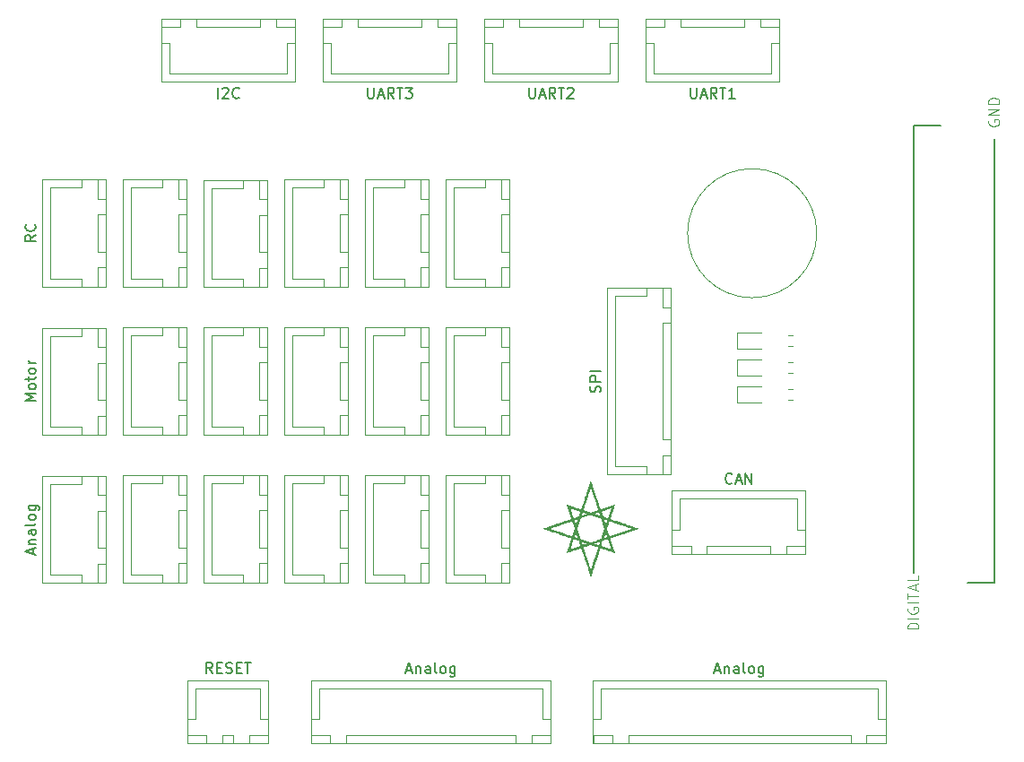
<source format=gbr>
%TF.GenerationSoftware,KiCad,Pcbnew,8.0.5*%
%TF.CreationDate,2025-08-09T00:58:03+07:00*%
%TF.ProjectId,arduino_dummy_shield,61726475-696e-46f5-9f64-756d6d795f73,rev?*%
%TF.SameCoordinates,Original*%
%TF.FileFunction,Legend,Top*%
%TF.FilePolarity,Positive*%
%FSLAX46Y46*%
G04 Gerber Fmt 4.6, Leading zero omitted, Abs format (unit mm)*
G04 Created by KiCad (PCBNEW 8.0.5) date 2025-08-09 00:58:03*
%MOMM*%
%LPD*%
G01*
G04 APERTURE LIST*
%ADD10C,0.150000*%
%ADD11C,0.125000*%
%ADD12C,0.120000*%
%ADD13C,0.000000*%
G04 APERTURE END LIST*
D10*
X199060000Y-49200000D02*
X199060000Y-91427500D01*
X206680000Y-92380000D02*
X206680000Y-50470000D01*
X199060000Y-49200000D02*
X201600000Y-49200000D01*
X206680000Y-92380000D02*
X204140000Y-92380000D01*
D11*
X199516119Y-96737380D02*
X198516119Y-96737380D01*
X198516119Y-96737380D02*
X198516119Y-96499285D01*
X198516119Y-96499285D02*
X198563738Y-96356428D01*
X198563738Y-96356428D02*
X198658976Y-96261190D01*
X198658976Y-96261190D02*
X198754214Y-96213571D01*
X198754214Y-96213571D02*
X198944690Y-96165952D01*
X198944690Y-96165952D02*
X199087547Y-96165952D01*
X199087547Y-96165952D02*
X199278023Y-96213571D01*
X199278023Y-96213571D02*
X199373261Y-96261190D01*
X199373261Y-96261190D02*
X199468500Y-96356428D01*
X199468500Y-96356428D02*
X199516119Y-96499285D01*
X199516119Y-96499285D02*
X199516119Y-96737380D01*
X199516119Y-95737380D02*
X198516119Y-95737380D01*
X198563738Y-94737381D02*
X198516119Y-94832619D01*
X198516119Y-94832619D02*
X198516119Y-94975476D01*
X198516119Y-94975476D02*
X198563738Y-95118333D01*
X198563738Y-95118333D02*
X198658976Y-95213571D01*
X198658976Y-95213571D02*
X198754214Y-95261190D01*
X198754214Y-95261190D02*
X198944690Y-95308809D01*
X198944690Y-95308809D02*
X199087547Y-95308809D01*
X199087547Y-95308809D02*
X199278023Y-95261190D01*
X199278023Y-95261190D02*
X199373261Y-95213571D01*
X199373261Y-95213571D02*
X199468500Y-95118333D01*
X199468500Y-95118333D02*
X199516119Y-94975476D01*
X199516119Y-94975476D02*
X199516119Y-94880238D01*
X199516119Y-94880238D02*
X199468500Y-94737381D01*
X199468500Y-94737381D02*
X199420880Y-94689762D01*
X199420880Y-94689762D02*
X199087547Y-94689762D01*
X199087547Y-94689762D02*
X199087547Y-94880238D01*
X199516119Y-94261190D02*
X198516119Y-94261190D01*
X198516119Y-93927857D02*
X198516119Y-93356429D01*
X199516119Y-93642143D02*
X198516119Y-93642143D01*
X199230404Y-93070714D02*
X199230404Y-92594524D01*
X199516119Y-93165952D02*
X198516119Y-92832619D01*
X198516119Y-92832619D02*
X199516119Y-92499286D01*
X199516119Y-91689762D02*
X199516119Y-92165952D01*
X199516119Y-92165952D02*
X198516119Y-92165952D01*
X206183738Y-48691904D02*
X206136119Y-48787142D01*
X206136119Y-48787142D02*
X206136119Y-48929999D01*
X206136119Y-48929999D02*
X206183738Y-49072856D01*
X206183738Y-49072856D02*
X206278976Y-49168094D01*
X206278976Y-49168094D02*
X206374214Y-49215713D01*
X206374214Y-49215713D02*
X206564690Y-49263332D01*
X206564690Y-49263332D02*
X206707547Y-49263332D01*
X206707547Y-49263332D02*
X206898023Y-49215713D01*
X206898023Y-49215713D02*
X206993261Y-49168094D01*
X206993261Y-49168094D02*
X207088500Y-49072856D01*
X207088500Y-49072856D02*
X207136119Y-48929999D01*
X207136119Y-48929999D02*
X207136119Y-48834761D01*
X207136119Y-48834761D02*
X207088500Y-48691904D01*
X207088500Y-48691904D02*
X207040880Y-48644285D01*
X207040880Y-48644285D02*
X206707547Y-48644285D01*
X206707547Y-48644285D02*
X206707547Y-48834761D01*
X207136119Y-48215713D02*
X206136119Y-48215713D01*
X206136119Y-48215713D02*
X207136119Y-47644285D01*
X207136119Y-47644285D02*
X206136119Y-47644285D01*
X207136119Y-47168094D02*
X206136119Y-47168094D01*
X206136119Y-47168094D02*
X206136119Y-46929999D01*
X206136119Y-46929999D02*
X206183738Y-46787142D01*
X206183738Y-46787142D02*
X206278976Y-46691904D01*
X206278976Y-46691904D02*
X206374214Y-46644285D01*
X206374214Y-46644285D02*
X206564690Y-46596666D01*
X206564690Y-46596666D02*
X206707547Y-46596666D01*
X206707547Y-46596666D02*
X206898023Y-46644285D01*
X206898023Y-46644285D02*
X206993261Y-46691904D01*
X206993261Y-46691904D02*
X207088500Y-46787142D01*
X207088500Y-46787142D02*
X207136119Y-46929999D01*
X207136119Y-46929999D02*
X207136119Y-47168094D01*
D10*
X151170476Y-100649104D02*
X151646666Y-100649104D01*
X151075238Y-100934819D02*
X151408571Y-99934819D01*
X151408571Y-99934819D02*
X151741904Y-100934819D01*
X152075238Y-100268152D02*
X152075238Y-100934819D01*
X152075238Y-100363390D02*
X152122857Y-100315771D01*
X152122857Y-100315771D02*
X152218095Y-100268152D01*
X152218095Y-100268152D02*
X152360952Y-100268152D01*
X152360952Y-100268152D02*
X152456190Y-100315771D01*
X152456190Y-100315771D02*
X152503809Y-100411009D01*
X152503809Y-100411009D02*
X152503809Y-100934819D01*
X153408571Y-100934819D02*
X153408571Y-100411009D01*
X153408571Y-100411009D02*
X153360952Y-100315771D01*
X153360952Y-100315771D02*
X153265714Y-100268152D01*
X153265714Y-100268152D02*
X153075238Y-100268152D01*
X153075238Y-100268152D02*
X152980000Y-100315771D01*
X153408571Y-100887200D02*
X153313333Y-100934819D01*
X153313333Y-100934819D02*
X153075238Y-100934819D01*
X153075238Y-100934819D02*
X152980000Y-100887200D01*
X152980000Y-100887200D02*
X152932381Y-100791961D01*
X152932381Y-100791961D02*
X152932381Y-100696723D01*
X152932381Y-100696723D02*
X152980000Y-100601485D01*
X152980000Y-100601485D02*
X153075238Y-100553866D01*
X153075238Y-100553866D02*
X153313333Y-100553866D01*
X153313333Y-100553866D02*
X153408571Y-100506247D01*
X154027619Y-100934819D02*
X153932381Y-100887200D01*
X153932381Y-100887200D02*
X153884762Y-100791961D01*
X153884762Y-100791961D02*
X153884762Y-99934819D01*
X154551429Y-100934819D02*
X154456191Y-100887200D01*
X154456191Y-100887200D02*
X154408572Y-100839580D01*
X154408572Y-100839580D02*
X154360953Y-100744342D01*
X154360953Y-100744342D02*
X154360953Y-100458628D01*
X154360953Y-100458628D02*
X154408572Y-100363390D01*
X154408572Y-100363390D02*
X154456191Y-100315771D01*
X154456191Y-100315771D02*
X154551429Y-100268152D01*
X154551429Y-100268152D02*
X154694286Y-100268152D01*
X154694286Y-100268152D02*
X154789524Y-100315771D01*
X154789524Y-100315771D02*
X154837143Y-100363390D01*
X154837143Y-100363390D02*
X154884762Y-100458628D01*
X154884762Y-100458628D02*
X154884762Y-100744342D01*
X154884762Y-100744342D02*
X154837143Y-100839580D01*
X154837143Y-100839580D02*
X154789524Y-100887200D01*
X154789524Y-100887200D02*
X154694286Y-100934819D01*
X154694286Y-100934819D02*
X154551429Y-100934819D01*
X155741905Y-100268152D02*
X155741905Y-101077676D01*
X155741905Y-101077676D02*
X155694286Y-101172914D01*
X155694286Y-101172914D02*
X155646667Y-101220533D01*
X155646667Y-101220533D02*
X155551429Y-101268152D01*
X155551429Y-101268152D02*
X155408572Y-101268152D01*
X155408572Y-101268152D02*
X155313334Y-101220533D01*
X155741905Y-100887200D02*
X155646667Y-100934819D01*
X155646667Y-100934819D02*
X155456191Y-100934819D01*
X155456191Y-100934819D02*
X155360953Y-100887200D01*
X155360953Y-100887200D02*
X155313334Y-100839580D01*
X155313334Y-100839580D02*
X155265715Y-100744342D01*
X155265715Y-100744342D02*
X155265715Y-100458628D01*
X155265715Y-100458628D02*
X155313334Y-100363390D01*
X155313334Y-100363390D02*
X155360953Y-100315771D01*
X155360953Y-100315771D02*
X155456191Y-100268152D01*
X155456191Y-100268152D02*
X155646667Y-100268152D01*
X155646667Y-100268152D02*
X155741905Y-100315771D01*
X116174819Y-59550476D02*
X115698628Y-59883809D01*
X116174819Y-60121904D02*
X115174819Y-60121904D01*
X115174819Y-60121904D02*
X115174819Y-59740952D01*
X115174819Y-59740952D02*
X115222438Y-59645714D01*
X115222438Y-59645714D02*
X115270057Y-59598095D01*
X115270057Y-59598095D02*
X115365295Y-59550476D01*
X115365295Y-59550476D02*
X115508152Y-59550476D01*
X115508152Y-59550476D02*
X115603390Y-59598095D01*
X115603390Y-59598095D02*
X115651009Y-59645714D01*
X115651009Y-59645714D02*
X115698628Y-59740952D01*
X115698628Y-59740952D02*
X115698628Y-60121904D01*
X116079580Y-58550476D02*
X116127200Y-58598095D01*
X116127200Y-58598095D02*
X116174819Y-58740952D01*
X116174819Y-58740952D02*
X116174819Y-58836190D01*
X116174819Y-58836190D02*
X116127200Y-58979047D01*
X116127200Y-58979047D02*
X116031961Y-59074285D01*
X116031961Y-59074285D02*
X115936723Y-59121904D01*
X115936723Y-59121904D02*
X115746247Y-59169523D01*
X115746247Y-59169523D02*
X115603390Y-59169523D01*
X115603390Y-59169523D02*
X115412914Y-59121904D01*
X115412914Y-59121904D02*
X115317676Y-59074285D01*
X115317676Y-59074285D02*
X115222438Y-58979047D01*
X115222438Y-58979047D02*
X115174819Y-58836190D01*
X115174819Y-58836190D02*
X115174819Y-58740952D01*
X115174819Y-58740952D02*
X115222438Y-58598095D01*
X115222438Y-58598095D02*
X115270057Y-58550476D01*
X116174819Y-75203333D02*
X115174819Y-75203333D01*
X115174819Y-75203333D02*
X115889104Y-74870000D01*
X115889104Y-74870000D02*
X115174819Y-74536667D01*
X115174819Y-74536667D02*
X116174819Y-74536667D01*
X116174819Y-73917619D02*
X116127200Y-74012857D01*
X116127200Y-74012857D02*
X116079580Y-74060476D01*
X116079580Y-74060476D02*
X115984342Y-74108095D01*
X115984342Y-74108095D02*
X115698628Y-74108095D01*
X115698628Y-74108095D02*
X115603390Y-74060476D01*
X115603390Y-74060476D02*
X115555771Y-74012857D01*
X115555771Y-74012857D02*
X115508152Y-73917619D01*
X115508152Y-73917619D02*
X115508152Y-73774762D01*
X115508152Y-73774762D02*
X115555771Y-73679524D01*
X115555771Y-73679524D02*
X115603390Y-73631905D01*
X115603390Y-73631905D02*
X115698628Y-73584286D01*
X115698628Y-73584286D02*
X115984342Y-73584286D01*
X115984342Y-73584286D02*
X116079580Y-73631905D01*
X116079580Y-73631905D02*
X116127200Y-73679524D01*
X116127200Y-73679524D02*
X116174819Y-73774762D01*
X116174819Y-73774762D02*
X116174819Y-73917619D01*
X115508152Y-73298571D02*
X115508152Y-72917619D01*
X115174819Y-73155714D02*
X116031961Y-73155714D01*
X116031961Y-73155714D02*
X116127200Y-73108095D01*
X116127200Y-73108095D02*
X116174819Y-73012857D01*
X116174819Y-73012857D02*
X116174819Y-72917619D01*
X116174819Y-72441428D02*
X116127200Y-72536666D01*
X116127200Y-72536666D02*
X116079580Y-72584285D01*
X116079580Y-72584285D02*
X115984342Y-72631904D01*
X115984342Y-72631904D02*
X115698628Y-72631904D01*
X115698628Y-72631904D02*
X115603390Y-72584285D01*
X115603390Y-72584285D02*
X115555771Y-72536666D01*
X115555771Y-72536666D02*
X115508152Y-72441428D01*
X115508152Y-72441428D02*
X115508152Y-72298571D01*
X115508152Y-72298571D02*
X115555771Y-72203333D01*
X115555771Y-72203333D02*
X115603390Y-72155714D01*
X115603390Y-72155714D02*
X115698628Y-72108095D01*
X115698628Y-72108095D02*
X115984342Y-72108095D01*
X115984342Y-72108095D02*
X116079580Y-72155714D01*
X116079580Y-72155714D02*
X116127200Y-72203333D01*
X116127200Y-72203333D02*
X116174819Y-72298571D01*
X116174819Y-72298571D02*
X116174819Y-72441428D01*
X116174819Y-71679523D02*
X115508152Y-71679523D01*
X115698628Y-71679523D02*
X115603390Y-71631904D01*
X115603390Y-71631904D02*
X115555771Y-71584285D01*
X115555771Y-71584285D02*
X115508152Y-71489047D01*
X115508152Y-71489047D02*
X115508152Y-71393809D01*
X181907142Y-82949580D02*
X181859523Y-82997200D01*
X181859523Y-82997200D02*
X181716666Y-83044819D01*
X181716666Y-83044819D02*
X181621428Y-83044819D01*
X181621428Y-83044819D02*
X181478571Y-82997200D01*
X181478571Y-82997200D02*
X181383333Y-82901961D01*
X181383333Y-82901961D02*
X181335714Y-82806723D01*
X181335714Y-82806723D02*
X181288095Y-82616247D01*
X181288095Y-82616247D02*
X181288095Y-82473390D01*
X181288095Y-82473390D02*
X181335714Y-82282914D01*
X181335714Y-82282914D02*
X181383333Y-82187676D01*
X181383333Y-82187676D02*
X181478571Y-82092438D01*
X181478571Y-82092438D02*
X181621428Y-82044819D01*
X181621428Y-82044819D02*
X181716666Y-82044819D01*
X181716666Y-82044819D02*
X181859523Y-82092438D01*
X181859523Y-82092438D02*
X181907142Y-82140057D01*
X182288095Y-82759104D02*
X182764285Y-82759104D01*
X182192857Y-83044819D02*
X182526190Y-82044819D01*
X182526190Y-82044819D02*
X182859523Y-83044819D01*
X183192857Y-83044819D02*
X183192857Y-82044819D01*
X183192857Y-82044819D02*
X183764285Y-83044819D01*
X183764285Y-83044819D02*
X183764285Y-82044819D01*
X133373810Y-46634819D02*
X133373810Y-45634819D01*
X133802381Y-45730057D02*
X133850000Y-45682438D01*
X133850000Y-45682438D02*
X133945238Y-45634819D01*
X133945238Y-45634819D02*
X134183333Y-45634819D01*
X134183333Y-45634819D02*
X134278571Y-45682438D01*
X134278571Y-45682438D02*
X134326190Y-45730057D01*
X134326190Y-45730057D02*
X134373809Y-45825295D01*
X134373809Y-45825295D02*
X134373809Y-45920533D01*
X134373809Y-45920533D02*
X134326190Y-46063390D01*
X134326190Y-46063390D02*
X133754762Y-46634819D01*
X133754762Y-46634819D02*
X134373809Y-46634819D01*
X135373809Y-46539580D02*
X135326190Y-46587200D01*
X135326190Y-46587200D02*
X135183333Y-46634819D01*
X135183333Y-46634819D02*
X135088095Y-46634819D01*
X135088095Y-46634819D02*
X134945238Y-46587200D01*
X134945238Y-46587200D02*
X134850000Y-46491961D01*
X134850000Y-46491961D02*
X134802381Y-46396723D01*
X134802381Y-46396723D02*
X134754762Y-46206247D01*
X134754762Y-46206247D02*
X134754762Y-46063390D01*
X134754762Y-46063390D02*
X134802381Y-45872914D01*
X134802381Y-45872914D02*
X134850000Y-45777676D01*
X134850000Y-45777676D02*
X134945238Y-45682438D01*
X134945238Y-45682438D02*
X135088095Y-45634819D01*
X135088095Y-45634819D02*
X135183333Y-45634819D01*
X135183333Y-45634819D02*
X135326190Y-45682438D01*
X135326190Y-45682438D02*
X135373809Y-45730057D01*
X132857618Y-100934819D02*
X132524285Y-100458628D01*
X132286190Y-100934819D02*
X132286190Y-99934819D01*
X132286190Y-99934819D02*
X132667142Y-99934819D01*
X132667142Y-99934819D02*
X132762380Y-99982438D01*
X132762380Y-99982438D02*
X132809999Y-100030057D01*
X132809999Y-100030057D02*
X132857618Y-100125295D01*
X132857618Y-100125295D02*
X132857618Y-100268152D01*
X132857618Y-100268152D02*
X132809999Y-100363390D01*
X132809999Y-100363390D02*
X132762380Y-100411009D01*
X132762380Y-100411009D02*
X132667142Y-100458628D01*
X132667142Y-100458628D02*
X132286190Y-100458628D01*
X133286190Y-100411009D02*
X133619523Y-100411009D01*
X133762380Y-100934819D02*
X133286190Y-100934819D01*
X133286190Y-100934819D02*
X133286190Y-99934819D01*
X133286190Y-99934819D02*
X133762380Y-99934819D01*
X134143333Y-100887200D02*
X134286190Y-100934819D01*
X134286190Y-100934819D02*
X134524285Y-100934819D01*
X134524285Y-100934819D02*
X134619523Y-100887200D01*
X134619523Y-100887200D02*
X134667142Y-100839580D01*
X134667142Y-100839580D02*
X134714761Y-100744342D01*
X134714761Y-100744342D02*
X134714761Y-100649104D01*
X134714761Y-100649104D02*
X134667142Y-100553866D01*
X134667142Y-100553866D02*
X134619523Y-100506247D01*
X134619523Y-100506247D02*
X134524285Y-100458628D01*
X134524285Y-100458628D02*
X134333809Y-100411009D01*
X134333809Y-100411009D02*
X134238571Y-100363390D01*
X134238571Y-100363390D02*
X134190952Y-100315771D01*
X134190952Y-100315771D02*
X134143333Y-100220533D01*
X134143333Y-100220533D02*
X134143333Y-100125295D01*
X134143333Y-100125295D02*
X134190952Y-100030057D01*
X134190952Y-100030057D02*
X134238571Y-99982438D01*
X134238571Y-99982438D02*
X134333809Y-99934819D01*
X134333809Y-99934819D02*
X134571904Y-99934819D01*
X134571904Y-99934819D02*
X134714761Y-99982438D01*
X135143333Y-100411009D02*
X135476666Y-100411009D01*
X135619523Y-100934819D02*
X135143333Y-100934819D01*
X135143333Y-100934819D02*
X135143333Y-99934819D01*
X135143333Y-99934819D02*
X135619523Y-99934819D01*
X135905238Y-99934819D02*
X136476666Y-99934819D01*
X136190952Y-100934819D02*
X136190952Y-99934819D01*
X147518571Y-45634819D02*
X147518571Y-46444342D01*
X147518571Y-46444342D02*
X147566190Y-46539580D01*
X147566190Y-46539580D02*
X147613809Y-46587200D01*
X147613809Y-46587200D02*
X147709047Y-46634819D01*
X147709047Y-46634819D02*
X147899523Y-46634819D01*
X147899523Y-46634819D02*
X147994761Y-46587200D01*
X147994761Y-46587200D02*
X148042380Y-46539580D01*
X148042380Y-46539580D02*
X148089999Y-46444342D01*
X148089999Y-46444342D02*
X148089999Y-45634819D01*
X148518571Y-46349104D02*
X148994761Y-46349104D01*
X148423333Y-46634819D02*
X148756666Y-45634819D01*
X148756666Y-45634819D02*
X149089999Y-46634819D01*
X149994761Y-46634819D02*
X149661428Y-46158628D01*
X149423333Y-46634819D02*
X149423333Y-45634819D01*
X149423333Y-45634819D02*
X149804285Y-45634819D01*
X149804285Y-45634819D02*
X149899523Y-45682438D01*
X149899523Y-45682438D02*
X149947142Y-45730057D01*
X149947142Y-45730057D02*
X149994761Y-45825295D01*
X149994761Y-45825295D02*
X149994761Y-45968152D01*
X149994761Y-45968152D02*
X149947142Y-46063390D01*
X149947142Y-46063390D02*
X149899523Y-46111009D01*
X149899523Y-46111009D02*
X149804285Y-46158628D01*
X149804285Y-46158628D02*
X149423333Y-46158628D01*
X150280476Y-45634819D02*
X150851904Y-45634819D01*
X150566190Y-46634819D02*
X150566190Y-45634819D01*
X151090000Y-45634819D02*
X151709047Y-45634819D01*
X151709047Y-45634819D02*
X151375714Y-46015771D01*
X151375714Y-46015771D02*
X151518571Y-46015771D01*
X151518571Y-46015771D02*
X151613809Y-46063390D01*
X151613809Y-46063390D02*
X151661428Y-46111009D01*
X151661428Y-46111009D02*
X151709047Y-46206247D01*
X151709047Y-46206247D02*
X151709047Y-46444342D01*
X151709047Y-46444342D02*
X151661428Y-46539580D01*
X151661428Y-46539580D02*
X151613809Y-46587200D01*
X151613809Y-46587200D02*
X151518571Y-46634819D01*
X151518571Y-46634819D02*
X151232857Y-46634819D01*
X151232857Y-46634819D02*
X151137619Y-46587200D01*
X151137619Y-46587200D02*
X151090000Y-46539580D01*
X162758571Y-45634819D02*
X162758571Y-46444342D01*
X162758571Y-46444342D02*
X162806190Y-46539580D01*
X162806190Y-46539580D02*
X162853809Y-46587200D01*
X162853809Y-46587200D02*
X162949047Y-46634819D01*
X162949047Y-46634819D02*
X163139523Y-46634819D01*
X163139523Y-46634819D02*
X163234761Y-46587200D01*
X163234761Y-46587200D02*
X163282380Y-46539580D01*
X163282380Y-46539580D02*
X163329999Y-46444342D01*
X163329999Y-46444342D02*
X163329999Y-45634819D01*
X163758571Y-46349104D02*
X164234761Y-46349104D01*
X163663333Y-46634819D02*
X163996666Y-45634819D01*
X163996666Y-45634819D02*
X164329999Y-46634819D01*
X165234761Y-46634819D02*
X164901428Y-46158628D01*
X164663333Y-46634819D02*
X164663333Y-45634819D01*
X164663333Y-45634819D02*
X165044285Y-45634819D01*
X165044285Y-45634819D02*
X165139523Y-45682438D01*
X165139523Y-45682438D02*
X165187142Y-45730057D01*
X165187142Y-45730057D02*
X165234761Y-45825295D01*
X165234761Y-45825295D02*
X165234761Y-45968152D01*
X165234761Y-45968152D02*
X165187142Y-46063390D01*
X165187142Y-46063390D02*
X165139523Y-46111009D01*
X165139523Y-46111009D02*
X165044285Y-46158628D01*
X165044285Y-46158628D02*
X164663333Y-46158628D01*
X165520476Y-45634819D02*
X166091904Y-45634819D01*
X165806190Y-46634819D02*
X165806190Y-45634819D01*
X166377619Y-45730057D02*
X166425238Y-45682438D01*
X166425238Y-45682438D02*
X166520476Y-45634819D01*
X166520476Y-45634819D02*
X166758571Y-45634819D01*
X166758571Y-45634819D02*
X166853809Y-45682438D01*
X166853809Y-45682438D02*
X166901428Y-45730057D01*
X166901428Y-45730057D02*
X166949047Y-45825295D01*
X166949047Y-45825295D02*
X166949047Y-45920533D01*
X166949047Y-45920533D02*
X166901428Y-46063390D01*
X166901428Y-46063390D02*
X166330000Y-46634819D01*
X166330000Y-46634819D02*
X166949047Y-46634819D01*
X115889104Y-89649523D02*
X115889104Y-89173333D01*
X116174819Y-89744761D02*
X115174819Y-89411428D01*
X115174819Y-89411428D02*
X116174819Y-89078095D01*
X115508152Y-88744761D02*
X116174819Y-88744761D01*
X115603390Y-88744761D02*
X115555771Y-88697142D01*
X115555771Y-88697142D02*
X115508152Y-88601904D01*
X115508152Y-88601904D02*
X115508152Y-88459047D01*
X115508152Y-88459047D02*
X115555771Y-88363809D01*
X115555771Y-88363809D02*
X115651009Y-88316190D01*
X115651009Y-88316190D02*
X116174819Y-88316190D01*
X116174819Y-87411428D02*
X115651009Y-87411428D01*
X115651009Y-87411428D02*
X115555771Y-87459047D01*
X115555771Y-87459047D02*
X115508152Y-87554285D01*
X115508152Y-87554285D02*
X115508152Y-87744761D01*
X115508152Y-87744761D02*
X115555771Y-87839999D01*
X116127200Y-87411428D02*
X116174819Y-87506666D01*
X116174819Y-87506666D02*
X116174819Y-87744761D01*
X116174819Y-87744761D02*
X116127200Y-87839999D01*
X116127200Y-87839999D02*
X116031961Y-87887618D01*
X116031961Y-87887618D02*
X115936723Y-87887618D01*
X115936723Y-87887618D02*
X115841485Y-87839999D01*
X115841485Y-87839999D02*
X115793866Y-87744761D01*
X115793866Y-87744761D02*
X115793866Y-87506666D01*
X115793866Y-87506666D02*
X115746247Y-87411428D01*
X116174819Y-86792380D02*
X116127200Y-86887618D01*
X116127200Y-86887618D02*
X116031961Y-86935237D01*
X116031961Y-86935237D02*
X115174819Y-86935237D01*
X116174819Y-86268570D02*
X116127200Y-86363808D01*
X116127200Y-86363808D02*
X116079580Y-86411427D01*
X116079580Y-86411427D02*
X115984342Y-86459046D01*
X115984342Y-86459046D02*
X115698628Y-86459046D01*
X115698628Y-86459046D02*
X115603390Y-86411427D01*
X115603390Y-86411427D02*
X115555771Y-86363808D01*
X115555771Y-86363808D02*
X115508152Y-86268570D01*
X115508152Y-86268570D02*
X115508152Y-86125713D01*
X115508152Y-86125713D02*
X115555771Y-86030475D01*
X115555771Y-86030475D02*
X115603390Y-85982856D01*
X115603390Y-85982856D02*
X115698628Y-85935237D01*
X115698628Y-85935237D02*
X115984342Y-85935237D01*
X115984342Y-85935237D02*
X116079580Y-85982856D01*
X116079580Y-85982856D02*
X116127200Y-86030475D01*
X116127200Y-86030475D02*
X116174819Y-86125713D01*
X116174819Y-86125713D02*
X116174819Y-86268570D01*
X115508152Y-85078094D02*
X116317676Y-85078094D01*
X116317676Y-85078094D02*
X116412914Y-85125713D01*
X116412914Y-85125713D02*
X116460533Y-85173332D01*
X116460533Y-85173332D02*
X116508152Y-85268570D01*
X116508152Y-85268570D02*
X116508152Y-85411427D01*
X116508152Y-85411427D02*
X116460533Y-85506665D01*
X116127200Y-85078094D02*
X116174819Y-85173332D01*
X116174819Y-85173332D02*
X116174819Y-85363808D01*
X116174819Y-85363808D02*
X116127200Y-85459046D01*
X116127200Y-85459046D02*
X116079580Y-85506665D01*
X116079580Y-85506665D02*
X115984342Y-85554284D01*
X115984342Y-85554284D02*
X115698628Y-85554284D01*
X115698628Y-85554284D02*
X115603390Y-85506665D01*
X115603390Y-85506665D02*
X115555771Y-85459046D01*
X115555771Y-85459046D02*
X115508152Y-85363808D01*
X115508152Y-85363808D02*
X115508152Y-85173332D01*
X115508152Y-85173332D02*
X115555771Y-85078094D01*
X169467200Y-74373808D02*
X169514819Y-74230951D01*
X169514819Y-74230951D02*
X169514819Y-73992856D01*
X169514819Y-73992856D02*
X169467200Y-73897618D01*
X169467200Y-73897618D02*
X169419580Y-73849999D01*
X169419580Y-73849999D02*
X169324342Y-73802380D01*
X169324342Y-73802380D02*
X169229104Y-73802380D01*
X169229104Y-73802380D02*
X169133866Y-73849999D01*
X169133866Y-73849999D02*
X169086247Y-73897618D01*
X169086247Y-73897618D02*
X169038628Y-73992856D01*
X169038628Y-73992856D02*
X168991009Y-74183332D01*
X168991009Y-74183332D02*
X168943390Y-74278570D01*
X168943390Y-74278570D02*
X168895771Y-74326189D01*
X168895771Y-74326189D02*
X168800533Y-74373808D01*
X168800533Y-74373808D02*
X168705295Y-74373808D01*
X168705295Y-74373808D02*
X168610057Y-74326189D01*
X168610057Y-74326189D02*
X168562438Y-74278570D01*
X168562438Y-74278570D02*
X168514819Y-74183332D01*
X168514819Y-74183332D02*
X168514819Y-73945237D01*
X168514819Y-73945237D02*
X168562438Y-73802380D01*
X169514819Y-73373808D02*
X168514819Y-73373808D01*
X168514819Y-73373808D02*
X168514819Y-72992856D01*
X168514819Y-72992856D02*
X168562438Y-72897618D01*
X168562438Y-72897618D02*
X168610057Y-72849999D01*
X168610057Y-72849999D02*
X168705295Y-72802380D01*
X168705295Y-72802380D02*
X168848152Y-72802380D01*
X168848152Y-72802380D02*
X168943390Y-72849999D01*
X168943390Y-72849999D02*
X168991009Y-72897618D01*
X168991009Y-72897618D02*
X169038628Y-72992856D01*
X169038628Y-72992856D02*
X169038628Y-73373808D01*
X169514819Y-72373808D02*
X168514819Y-72373808D01*
X180300476Y-100649104D02*
X180776666Y-100649104D01*
X180205238Y-100934819D02*
X180538571Y-99934819D01*
X180538571Y-99934819D02*
X180871904Y-100934819D01*
X181205238Y-100268152D02*
X181205238Y-100934819D01*
X181205238Y-100363390D02*
X181252857Y-100315771D01*
X181252857Y-100315771D02*
X181348095Y-100268152D01*
X181348095Y-100268152D02*
X181490952Y-100268152D01*
X181490952Y-100268152D02*
X181586190Y-100315771D01*
X181586190Y-100315771D02*
X181633809Y-100411009D01*
X181633809Y-100411009D02*
X181633809Y-100934819D01*
X182538571Y-100934819D02*
X182538571Y-100411009D01*
X182538571Y-100411009D02*
X182490952Y-100315771D01*
X182490952Y-100315771D02*
X182395714Y-100268152D01*
X182395714Y-100268152D02*
X182205238Y-100268152D01*
X182205238Y-100268152D02*
X182110000Y-100315771D01*
X182538571Y-100887200D02*
X182443333Y-100934819D01*
X182443333Y-100934819D02*
X182205238Y-100934819D01*
X182205238Y-100934819D02*
X182110000Y-100887200D01*
X182110000Y-100887200D02*
X182062381Y-100791961D01*
X182062381Y-100791961D02*
X182062381Y-100696723D01*
X182062381Y-100696723D02*
X182110000Y-100601485D01*
X182110000Y-100601485D02*
X182205238Y-100553866D01*
X182205238Y-100553866D02*
X182443333Y-100553866D01*
X182443333Y-100553866D02*
X182538571Y-100506247D01*
X183157619Y-100934819D02*
X183062381Y-100887200D01*
X183062381Y-100887200D02*
X183014762Y-100791961D01*
X183014762Y-100791961D02*
X183014762Y-99934819D01*
X183681429Y-100934819D02*
X183586191Y-100887200D01*
X183586191Y-100887200D02*
X183538572Y-100839580D01*
X183538572Y-100839580D02*
X183490953Y-100744342D01*
X183490953Y-100744342D02*
X183490953Y-100458628D01*
X183490953Y-100458628D02*
X183538572Y-100363390D01*
X183538572Y-100363390D02*
X183586191Y-100315771D01*
X183586191Y-100315771D02*
X183681429Y-100268152D01*
X183681429Y-100268152D02*
X183824286Y-100268152D01*
X183824286Y-100268152D02*
X183919524Y-100315771D01*
X183919524Y-100315771D02*
X183967143Y-100363390D01*
X183967143Y-100363390D02*
X184014762Y-100458628D01*
X184014762Y-100458628D02*
X184014762Y-100744342D01*
X184014762Y-100744342D02*
X183967143Y-100839580D01*
X183967143Y-100839580D02*
X183919524Y-100887200D01*
X183919524Y-100887200D02*
X183824286Y-100934819D01*
X183824286Y-100934819D02*
X183681429Y-100934819D01*
X184871905Y-100268152D02*
X184871905Y-101077676D01*
X184871905Y-101077676D02*
X184824286Y-101172914D01*
X184824286Y-101172914D02*
X184776667Y-101220533D01*
X184776667Y-101220533D02*
X184681429Y-101268152D01*
X184681429Y-101268152D02*
X184538572Y-101268152D01*
X184538572Y-101268152D02*
X184443334Y-101220533D01*
X184871905Y-100887200D02*
X184776667Y-100934819D01*
X184776667Y-100934819D02*
X184586191Y-100934819D01*
X184586191Y-100934819D02*
X184490953Y-100887200D01*
X184490953Y-100887200D02*
X184443334Y-100839580D01*
X184443334Y-100839580D02*
X184395715Y-100744342D01*
X184395715Y-100744342D02*
X184395715Y-100458628D01*
X184395715Y-100458628D02*
X184443334Y-100363390D01*
X184443334Y-100363390D02*
X184490953Y-100315771D01*
X184490953Y-100315771D02*
X184586191Y-100268152D01*
X184586191Y-100268152D02*
X184776667Y-100268152D01*
X184776667Y-100268152D02*
X184871905Y-100315771D01*
X177998571Y-45634819D02*
X177998571Y-46444342D01*
X177998571Y-46444342D02*
X178046190Y-46539580D01*
X178046190Y-46539580D02*
X178093809Y-46587200D01*
X178093809Y-46587200D02*
X178189047Y-46634819D01*
X178189047Y-46634819D02*
X178379523Y-46634819D01*
X178379523Y-46634819D02*
X178474761Y-46587200D01*
X178474761Y-46587200D02*
X178522380Y-46539580D01*
X178522380Y-46539580D02*
X178569999Y-46444342D01*
X178569999Y-46444342D02*
X178569999Y-45634819D01*
X178998571Y-46349104D02*
X179474761Y-46349104D01*
X178903333Y-46634819D02*
X179236666Y-45634819D01*
X179236666Y-45634819D02*
X179569999Y-46634819D01*
X180474761Y-46634819D02*
X180141428Y-46158628D01*
X179903333Y-46634819D02*
X179903333Y-45634819D01*
X179903333Y-45634819D02*
X180284285Y-45634819D01*
X180284285Y-45634819D02*
X180379523Y-45682438D01*
X180379523Y-45682438D02*
X180427142Y-45730057D01*
X180427142Y-45730057D02*
X180474761Y-45825295D01*
X180474761Y-45825295D02*
X180474761Y-45968152D01*
X180474761Y-45968152D02*
X180427142Y-46063390D01*
X180427142Y-46063390D02*
X180379523Y-46111009D01*
X180379523Y-46111009D02*
X180284285Y-46158628D01*
X180284285Y-46158628D02*
X179903333Y-46158628D01*
X180760476Y-45634819D02*
X181331904Y-45634819D01*
X181046190Y-46634819D02*
X181046190Y-45634819D01*
X182189047Y-46634819D02*
X181617619Y-46634819D01*
X181903333Y-46634819D02*
X181903333Y-45634819D01*
X181903333Y-45634819D02*
X181808095Y-45777676D01*
X181808095Y-45777676D02*
X181712857Y-45872914D01*
X181712857Y-45872914D02*
X181617619Y-45920533D01*
D12*
%TO.C,J28*%
X142170000Y-101570000D02*
X142170000Y-107540000D01*
X142170000Y-107540000D02*
X164790000Y-107540000D01*
X142180000Y-105280000D02*
X142930000Y-105280000D01*
X142180000Y-106780000D02*
X142180000Y-107530000D01*
X142180000Y-107530000D02*
X143980000Y-107530000D01*
X142930000Y-102330000D02*
X153480000Y-102330000D01*
X142930000Y-105280000D02*
X142930000Y-102330000D01*
X143980000Y-106780000D02*
X142180000Y-106780000D01*
X143980000Y-107530000D02*
X143980000Y-106780000D01*
X145480000Y-106780000D02*
X145480000Y-107530000D01*
X145480000Y-107530000D02*
X161480000Y-107530000D01*
X161480000Y-106780000D02*
X145480000Y-106780000D01*
X161480000Y-107530000D02*
X161480000Y-106780000D01*
X162980000Y-106780000D02*
X162980000Y-107530000D01*
X162980000Y-107530000D02*
X164780000Y-107530000D01*
X164030000Y-102330000D02*
X153480000Y-102330000D01*
X164030000Y-105280000D02*
X164030000Y-102330000D01*
X164780000Y-105280000D02*
X164030000Y-105280000D01*
X164780000Y-106780000D02*
X162980000Y-106780000D01*
X164780000Y-107530000D02*
X164780000Y-106780000D01*
X164790000Y-101570000D02*
X142170000Y-101570000D01*
X164790000Y-107540000D02*
X164790000Y-101570000D01*
%TO.C,J23*%
X124430000Y-82240000D02*
X124430000Y-92360000D01*
X124430000Y-92360000D02*
X130400000Y-92360000D01*
X125190000Y-83000000D02*
X125190000Y-87300000D01*
X125190000Y-91600000D02*
X125190000Y-87300000D01*
X128140000Y-82250000D02*
X128140000Y-83000000D01*
X128140000Y-83000000D02*
X125190000Y-83000000D01*
X128140000Y-91600000D02*
X125190000Y-91600000D01*
X128140000Y-92350000D02*
X128140000Y-91600000D01*
X129640000Y-82250000D02*
X129640000Y-84050000D01*
X129640000Y-84050000D02*
X130390000Y-84050000D01*
X129640000Y-85550000D02*
X129640000Y-89050000D01*
X129640000Y-89050000D02*
X130390000Y-89050000D01*
X129640000Y-90550000D02*
X129640000Y-92350000D01*
X129640000Y-92350000D02*
X130390000Y-92350000D01*
X130390000Y-82250000D02*
X129640000Y-82250000D01*
X130390000Y-84050000D02*
X130390000Y-82250000D01*
X130390000Y-85550000D02*
X129640000Y-85550000D01*
X130390000Y-89050000D02*
X130390000Y-85550000D01*
X130390000Y-90550000D02*
X129640000Y-90550000D01*
X130390000Y-92350000D02*
X130390000Y-90550000D01*
X130400000Y-82240000D02*
X124430000Y-82240000D01*
X130400000Y-92360000D02*
X130400000Y-82240000D01*
%TO.C,J11*%
X147290000Y-68270000D02*
X147290000Y-78390000D01*
X147290000Y-78390000D02*
X153260000Y-78390000D01*
X148050000Y-69030000D02*
X148050000Y-73330000D01*
X148050000Y-77630000D02*
X148050000Y-73330000D01*
X151000000Y-68280000D02*
X151000000Y-69030000D01*
X151000000Y-69030000D02*
X148050000Y-69030000D01*
X151000000Y-77630000D02*
X148050000Y-77630000D01*
X151000000Y-78380000D02*
X151000000Y-77630000D01*
X152500000Y-68280000D02*
X152500000Y-70080000D01*
X152500000Y-70080000D02*
X153250000Y-70080000D01*
X152500000Y-71580000D02*
X152500000Y-75080000D01*
X152500000Y-75080000D02*
X153250000Y-75080000D01*
X152500000Y-76580000D02*
X152500000Y-78380000D01*
X152500000Y-78380000D02*
X153250000Y-78380000D01*
X153250000Y-68280000D02*
X152500000Y-68280000D01*
X153250000Y-70080000D02*
X153250000Y-68280000D01*
X153250000Y-71580000D02*
X152500000Y-71580000D01*
X153250000Y-75080000D02*
X153250000Y-71580000D01*
X153250000Y-76580000D02*
X152500000Y-76580000D01*
X153250000Y-78380000D02*
X153250000Y-76580000D01*
X153260000Y-68270000D02*
X147290000Y-68270000D01*
X153260000Y-78390000D02*
X153260000Y-68270000D01*
%TO.C,J17*%
X147290000Y-54300000D02*
X147290000Y-64420000D01*
X147290000Y-64420000D02*
X153260000Y-64420000D01*
X148050000Y-55060000D02*
X148050000Y-59360000D01*
X148050000Y-63660000D02*
X148050000Y-59360000D01*
X151000000Y-54310000D02*
X151000000Y-55060000D01*
X151000000Y-55060000D02*
X148050000Y-55060000D01*
X151000000Y-63660000D02*
X148050000Y-63660000D01*
X151000000Y-64410000D02*
X151000000Y-63660000D01*
X152500000Y-54310000D02*
X152500000Y-56110000D01*
X152500000Y-56110000D02*
X153250000Y-56110000D01*
X152500000Y-57610000D02*
X152500000Y-61110000D01*
X152500000Y-61110000D02*
X153250000Y-61110000D01*
X152500000Y-62610000D02*
X152500000Y-64410000D01*
X152500000Y-64410000D02*
X153250000Y-64410000D01*
X153250000Y-54310000D02*
X152500000Y-54310000D01*
X153250000Y-56110000D02*
X153250000Y-54310000D01*
X153250000Y-57610000D02*
X152500000Y-57610000D01*
X153250000Y-61110000D02*
X153250000Y-57610000D01*
X153250000Y-62610000D02*
X152500000Y-62610000D01*
X153250000Y-64410000D02*
X153250000Y-62610000D01*
X153260000Y-54300000D02*
X147290000Y-54300000D01*
X153260000Y-64420000D02*
X153260000Y-54300000D01*
%TO.C,J21*%
X116810000Y-54300000D02*
X116810000Y-64420000D01*
X116810000Y-64420000D02*
X122780000Y-64420000D01*
X117570000Y-55060000D02*
X117570000Y-59360000D01*
X117570000Y-63660000D02*
X117570000Y-59360000D01*
X120520000Y-54310000D02*
X120520000Y-55060000D01*
X120520000Y-55060000D02*
X117570000Y-55060000D01*
X120520000Y-63660000D02*
X117570000Y-63660000D01*
X120520000Y-64410000D02*
X120520000Y-63660000D01*
X122020000Y-54310000D02*
X122020000Y-56110000D01*
X122020000Y-56110000D02*
X122770000Y-56110000D01*
X122020000Y-57610000D02*
X122020000Y-61110000D01*
X122020000Y-61110000D02*
X122770000Y-61110000D01*
X122020000Y-62610000D02*
X122020000Y-64410000D01*
X122020000Y-64410000D02*
X122770000Y-64410000D01*
X122770000Y-54310000D02*
X122020000Y-54310000D01*
X122770000Y-56110000D02*
X122770000Y-54310000D01*
X122770000Y-57610000D02*
X122020000Y-57610000D01*
X122770000Y-61110000D02*
X122770000Y-57610000D01*
X122770000Y-62610000D02*
X122020000Y-62610000D01*
X122770000Y-64410000D02*
X122770000Y-62610000D01*
X122780000Y-54300000D02*
X116810000Y-54300000D01*
X122780000Y-64420000D02*
X122780000Y-54300000D01*
%TO.C,J15*%
X116810000Y-68310000D02*
X116810000Y-78430000D01*
X116810000Y-78430000D02*
X122780000Y-78430000D01*
X117570000Y-69070000D02*
X117570000Y-73370000D01*
X117570000Y-77670000D02*
X117570000Y-73370000D01*
X120520000Y-68320000D02*
X120520000Y-69070000D01*
X120520000Y-69070000D02*
X117570000Y-69070000D01*
X120520000Y-77670000D02*
X117570000Y-77670000D01*
X120520000Y-78420000D02*
X120520000Y-77670000D01*
X122020000Y-68320000D02*
X122020000Y-70120000D01*
X122020000Y-70120000D02*
X122770000Y-70120000D01*
X122020000Y-71620000D02*
X122020000Y-75120000D01*
X122020000Y-75120000D02*
X122770000Y-75120000D01*
X122020000Y-76620000D02*
X122020000Y-78420000D01*
X122020000Y-78420000D02*
X122770000Y-78420000D01*
X122770000Y-68320000D02*
X122020000Y-68320000D01*
X122770000Y-70120000D02*
X122770000Y-68320000D01*
X122770000Y-71620000D02*
X122020000Y-71620000D01*
X122770000Y-75120000D02*
X122770000Y-71620000D01*
X122770000Y-76620000D02*
X122020000Y-76620000D01*
X122770000Y-78420000D02*
X122770000Y-76620000D01*
X122780000Y-68310000D02*
X116810000Y-68310000D01*
X122780000Y-78430000D02*
X122780000Y-68310000D01*
%TO.C,J25*%
X139670000Y-82240000D02*
X139670000Y-92360000D01*
X139670000Y-92360000D02*
X145640000Y-92360000D01*
X140430000Y-83000000D02*
X140430000Y-87300000D01*
X140430000Y-91600000D02*
X140430000Y-87300000D01*
X143380000Y-82250000D02*
X143380000Y-83000000D01*
X143380000Y-83000000D02*
X140430000Y-83000000D01*
X143380000Y-91600000D02*
X140430000Y-91600000D01*
X143380000Y-92350000D02*
X143380000Y-91600000D01*
X144880000Y-82250000D02*
X144880000Y-84050000D01*
X144880000Y-84050000D02*
X145630000Y-84050000D01*
X144880000Y-85550000D02*
X144880000Y-89050000D01*
X144880000Y-89050000D02*
X145630000Y-89050000D01*
X144880000Y-90550000D02*
X144880000Y-92350000D01*
X144880000Y-92350000D02*
X145630000Y-92350000D01*
X145630000Y-82250000D02*
X144880000Y-82250000D01*
X145630000Y-84050000D02*
X145630000Y-82250000D01*
X145630000Y-85550000D02*
X144880000Y-85550000D01*
X145630000Y-89050000D02*
X145630000Y-85550000D01*
X145630000Y-90550000D02*
X144880000Y-90550000D01*
X145630000Y-92350000D02*
X145630000Y-90550000D01*
X145640000Y-82240000D02*
X139670000Y-82240000D01*
X145640000Y-92360000D02*
X145640000Y-82240000D01*
%TO.C,R1*%
X187202742Y-68997500D02*
X187677258Y-68997500D01*
X187202742Y-70042500D02*
X187677258Y-70042500D01*
%TO.C,J26*%
X147290000Y-82240000D02*
X147290000Y-92360000D01*
X147290000Y-92360000D02*
X153260000Y-92360000D01*
X148050000Y-83000000D02*
X148050000Y-87300000D01*
X148050000Y-91600000D02*
X148050000Y-87300000D01*
X151000000Y-82250000D02*
X151000000Y-83000000D01*
X151000000Y-83000000D02*
X148050000Y-83000000D01*
X151000000Y-91600000D02*
X148050000Y-91600000D01*
X151000000Y-92350000D02*
X151000000Y-91600000D01*
X152500000Y-82250000D02*
X152500000Y-84050000D01*
X152500000Y-84050000D02*
X153250000Y-84050000D01*
X152500000Y-85550000D02*
X152500000Y-89050000D01*
X152500000Y-89050000D02*
X153250000Y-89050000D01*
X152500000Y-90550000D02*
X152500000Y-92350000D01*
X152500000Y-92350000D02*
X153250000Y-92350000D01*
X153250000Y-82250000D02*
X152500000Y-82250000D01*
X153250000Y-84050000D02*
X153250000Y-82250000D01*
X153250000Y-85550000D02*
X152500000Y-85550000D01*
X153250000Y-89050000D02*
X153250000Y-85550000D01*
X153250000Y-90550000D02*
X152500000Y-90550000D01*
X153250000Y-92350000D02*
X153250000Y-90550000D01*
X153260000Y-82240000D02*
X147290000Y-82240000D01*
X153260000Y-92360000D02*
X153260000Y-82240000D01*
%TO.C,J20*%
X124430000Y-54300000D02*
X124430000Y-64420000D01*
X124430000Y-64420000D02*
X130400000Y-64420000D01*
X125190000Y-55060000D02*
X125190000Y-59360000D01*
X125190000Y-63660000D02*
X125190000Y-59360000D01*
X128140000Y-54310000D02*
X128140000Y-55060000D01*
X128140000Y-55060000D02*
X125190000Y-55060000D01*
X128140000Y-63660000D02*
X125190000Y-63660000D01*
X128140000Y-64410000D02*
X128140000Y-63660000D01*
X129640000Y-54310000D02*
X129640000Y-56110000D01*
X129640000Y-56110000D02*
X130390000Y-56110000D01*
X129640000Y-57610000D02*
X129640000Y-61110000D01*
X129640000Y-61110000D02*
X130390000Y-61110000D01*
X129640000Y-62610000D02*
X129640000Y-64410000D01*
X129640000Y-64410000D02*
X130390000Y-64410000D01*
X130390000Y-54310000D02*
X129640000Y-54310000D01*
X130390000Y-56110000D02*
X130390000Y-54310000D01*
X130390000Y-57610000D02*
X129640000Y-57610000D01*
X130390000Y-61110000D02*
X130390000Y-57610000D01*
X130390000Y-62610000D02*
X129640000Y-62610000D01*
X130390000Y-64410000D02*
X130390000Y-62610000D01*
X130400000Y-54300000D02*
X124430000Y-54300000D01*
X130400000Y-64420000D02*
X130400000Y-54300000D01*
%TO.C,J19*%
X132050000Y-54340000D02*
X132050000Y-64460000D01*
X132050000Y-64460000D02*
X138020000Y-64460000D01*
X132810000Y-55100000D02*
X132810000Y-59400000D01*
X132810000Y-63700000D02*
X132810000Y-59400000D01*
X135760000Y-54350000D02*
X135760000Y-55100000D01*
X135760000Y-55100000D02*
X132810000Y-55100000D01*
X135760000Y-63700000D02*
X132810000Y-63700000D01*
X135760000Y-64450000D02*
X135760000Y-63700000D01*
X137260000Y-54350000D02*
X137260000Y-56150000D01*
X137260000Y-56150000D02*
X138010000Y-56150000D01*
X137260000Y-57650000D02*
X137260000Y-61150000D01*
X137260000Y-61150000D02*
X138010000Y-61150000D01*
X137260000Y-62650000D02*
X137260000Y-64450000D01*
X137260000Y-64450000D02*
X138010000Y-64450000D01*
X138010000Y-54350000D02*
X137260000Y-54350000D01*
X138010000Y-56150000D02*
X138010000Y-54350000D01*
X138010000Y-57650000D02*
X137260000Y-57650000D01*
X138010000Y-61150000D02*
X138010000Y-57650000D01*
X138010000Y-62650000D02*
X137260000Y-62650000D01*
X138010000Y-64450000D02*
X138010000Y-62650000D01*
X138020000Y-54340000D02*
X132050000Y-54340000D01*
X138020000Y-64460000D02*
X138020000Y-54340000D01*
%TO.C,J30*%
X176240000Y-83680000D02*
X176240000Y-89650000D01*
X176240000Y-89650000D02*
X188860000Y-89650000D01*
X176250000Y-87390000D02*
X177000000Y-87390000D01*
X176250000Y-88890000D02*
X176250000Y-89640000D01*
X176250000Y-89640000D02*
X178050000Y-89640000D01*
X177000000Y-84440000D02*
X182550000Y-84440000D01*
X177000000Y-87390000D02*
X177000000Y-84440000D01*
X178050000Y-88890000D02*
X176250000Y-88890000D01*
X178050000Y-89640000D02*
X178050000Y-88890000D01*
X179550000Y-88890000D02*
X179550000Y-89640000D01*
X179550000Y-89640000D02*
X185550000Y-89640000D01*
X185550000Y-88890000D02*
X179550000Y-88890000D01*
X185550000Y-89640000D02*
X185550000Y-88890000D01*
X187050000Y-88890000D02*
X187050000Y-89640000D01*
X187050000Y-89640000D02*
X188850000Y-89640000D01*
X188100000Y-84440000D02*
X182550000Y-84440000D01*
X188100000Y-87390000D02*
X188100000Y-84440000D01*
X188850000Y-87390000D02*
X188100000Y-87390000D01*
X188850000Y-88890000D02*
X187050000Y-88890000D01*
X188850000Y-89640000D02*
X188850000Y-88890000D01*
X188860000Y-83680000D02*
X176240000Y-83680000D01*
X188860000Y-89650000D02*
X188860000Y-83680000D01*
%TO.C,J32*%
X128040000Y-39120000D02*
X128040000Y-45090000D01*
X128040000Y-45090000D02*
X140660000Y-45090000D01*
X128050000Y-39130000D02*
X128050000Y-39880000D01*
X128050000Y-39880000D02*
X129850000Y-39880000D01*
X128050000Y-41380000D02*
X128800000Y-41380000D01*
X128800000Y-41380000D02*
X128800000Y-44330000D01*
X128800000Y-44330000D02*
X134350000Y-44330000D01*
X129850000Y-39130000D02*
X128050000Y-39130000D01*
X129850000Y-39880000D02*
X129850000Y-39130000D01*
X131350000Y-39130000D02*
X131350000Y-39880000D01*
X131350000Y-39880000D02*
X137350000Y-39880000D01*
X137350000Y-39130000D02*
X131350000Y-39130000D01*
X137350000Y-39880000D02*
X137350000Y-39130000D01*
X138850000Y-39130000D02*
X138850000Y-39880000D01*
X138850000Y-39880000D02*
X140650000Y-39880000D01*
X139900000Y-41380000D02*
X139900000Y-44330000D01*
X139900000Y-44330000D02*
X134350000Y-44330000D01*
X140650000Y-39130000D02*
X138850000Y-39130000D01*
X140650000Y-39880000D02*
X140650000Y-39130000D01*
X140650000Y-41380000D02*
X139900000Y-41380000D01*
X140660000Y-39120000D02*
X128040000Y-39120000D01*
X140660000Y-45090000D02*
X140660000Y-39120000D01*
%TO.C,J24*%
X132050000Y-82240000D02*
X132050000Y-92360000D01*
X132050000Y-92360000D02*
X138020000Y-92360000D01*
X132810000Y-83000000D02*
X132810000Y-87300000D01*
X132810000Y-91600000D02*
X132810000Y-87300000D01*
X135760000Y-82250000D02*
X135760000Y-83000000D01*
X135760000Y-83000000D02*
X132810000Y-83000000D01*
X135760000Y-91600000D02*
X132810000Y-91600000D01*
X135760000Y-92350000D02*
X135760000Y-91600000D01*
X137260000Y-82250000D02*
X137260000Y-84050000D01*
X137260000Y-84050000D02*
X138010000Y-84050000D01*
X137260000Y-85550000D02*
X137260000Y-89050000D01*
X137260000Y-89050000D02*
X138010000Y-89050000D01*
X137260000Y-90550000D02*
X137260000Y-92350000D01*
X137260000Y-92350000D02*
X138010000Y-92350000D01*
X138010000Y-82250000D02*
X137260000Y-82250000D01*
X138010000Y-84050000D02*
X138010000Y-82250000D01*
X138010000Y-85550000D02*
X137260000Y-85550000D01*
X138010000Y-89050000D02*
X138010000Y-85550000D01*
X138010000Y-90550000D02*
X137260000Y-90550000D01*
X138010000Y-92350000D02*
X138010000Y-90550000D01*
X138020000Y-82240000D02*
X132050000Y-82240000D01*
X138020000Y-92360000D02*
X138020000Y-82240000D01*
%TO.C,D2*%
X182360500Y-71325000D02*
X182360500Y-72795000D01*
X182360500Y-72795000D02*
X184645500Y-72795000D01*
X184645500Y-71325000D02*
X182360500Y-71325000D01*
%TO.C,J13*%
X132050000Y-68270000D02*
X132050000Y-78390000D01*
X132050000Y-78390000D02*
X138020000Y-78390000D01*
X132810000Y-69030000D02*
X132810000Y-73330000D01*
X132810000Y-77630000D02*
X132810000Y-73330000D01*
X135760000Y-68280000D02*
X135760000Y-69030000D01*
X135760000Y-69030000D02*
X132810000Y-69030000D01*
X135760000Y-77630000D02*
X132810000Y-77630000D01*
X135760000Y-78380000D02*
X135760000Y-77630000D01*
X137260000Y-68280000D02*
X137260000Y-70080000D01*
X137260000Y-70080000D02*
X138010000Y-70080000D01*
X137260000Y-71580000D02*
X137260000Y-75080000D01*
X137260000Y-75080000D02*
X138010000Y-75080000D01*
X137260000Y-76580000D02*
X137260000Y-78380000D01*
X137260000Y-78380000D02*
X138010000Y-78380000D01*
X138010000Y-68280000D02*
X137260000Y-68280000D01*
X138010000Y-70080000D02*
X138010000Y-68280000D01*
X138010000Y-71580000D02*
X137260000Y-71580000D01*
X138010000Y-75080000D02*
X138010000Y-71580000D01*
X138010000Y-76580000D02*
X137260000Y-76580000D01*
X138010000Y-78380000D02*
X138010000Y-76580000D01*
X138020000Y-68270000D02*
X132050000Y-68270000D01*
X138020000Y-78390000D02*
X138020000Y-68270000D01*
%TO.C,J9*%
X130500000Y-101570000D02*
X130500000Y-107540000D01*
X130500000Y-107540000D02*
X138120000Y-107540000D01*
X130510000Y-105280000D02*
X131260000Y-105280000D01*
X130510000Y-106780000D02*
X130510000Y-107530000D01*
X130510000Y-107530000D02*
X132310000Y-107530000D01*
X131260000Y-102330000D02*
X134310000Y-102330000D01*
X131260000Y-105280000D02*
X131260000Y-102330000D01*
X132310000Y-106780000D02*
X130510000Y-106780000D01*
X132310000Y-107530000D02*
X132310000Y-106780000D01*
X133810000Y-106780000D02*
X133810000Y-107530000D01*
X133810000Y-107530000D02*
X134810000Y-107530000D01*
X134810000Y-106780000D02*
X133810000Y-106780000D01*
X134810000Y-107530000D02*
X134810000Y-106780000D01*
X136310000Y-106780000D02*
X136310000Y-107530000D01*
X136310000Y-107530000D02*
X138110000Y-107530000D01*
X137360000Y-102330000D02*
X134310000Y-102330000D01*
X137360000Y-105280000D02*
X137360000Y-102330000D01*
X138110000Y-105280000D02*
X137360000Y-105280000D01*
X138110000Y-106780000D02*
X136310000Y-106780000D01*
X138110000Y-107530000D02*
X138110000Y-106780000D01*
X138120000Y-101570000D02*
X130500000Y-101570000D01*
X138120000Y-107540000D02*
X138120000Y-101570000D01*
%TO.C,J10*%
X154910000Y-68270000D02*
X154910000Y-78390000D01*
X154910000Y-78390000D02*
X160880000Y-78390000D01*
X155670000Y-69030000D02*
X155670000Y-73330000D01*
X155670000Y-77630000D02*
X155670000Y-73330000D01*
X158620000Y-68280000D02*
X158620000Y-69030000D01*
X158620000Y-69030000D02*
X155670000Y-69030000D01*
X158620000Y-77630000D02*
X155670000Y-77630000D01*
X158620000Y-78380000D02*
X158620000Y-77630000D01*
X160120000Y-68280000D02*
X160120000Y-70080000D01*
X160120000Y-70080000D02*
X160870000Y-70080000D01*
X160120000Y-71580000D02*
X160120000Y-75080000D01*
X160120000Y-75080000D02*
X160870000Y-75080000D01*
X160120000Y-76580000D02*
X160120000Y-78380000D01*
X160120000Y-78380000D02*
X160870000Y-78380000D01*
X160870000Y-68280000D02*
X160120000Y-68280000D01*
X160870000Y-70080000D02*
X160870000Y-68280000D01*
X160870000Y-71580000D02*
X160120000Y-71580000D01*
X160870000Y-75080000D02*
X160870000Y-71580000D01*
X160870000Y-76580000D02*
X160120000Y-76580000D01*
X160870000Y-78380000D02*
X160870000Y-76580000D01*
X160880000Y-68270000D02*
X154910000Y-68270000D01*
X160880000Y-78390000D02*
X160880000Y-68270000D01*
%TO.C,J16*%
X154910000Y-54300000D02*
X154910000Y-64420000D01*
X154910000Y-64420000D02*
X160880000Y-64420000D01*
X155670000Y-55060000D02*
X155670000Y-59360000D01*
X155670000Y-63660000D02*
X155670000Y-59360000D01*
X158620000Y-54310000D02*
X158620000Y-55060000D01*
X158620000Y-55060000D02*
X155670000Y-55060000D01*
X158620000Y-63660000D02*
X155670000Y-63660000D01*
X158620000Y-64410000D02*
X158620000Y-63660000D01*
X160120000Y-54310000D02*
X160120000Y-56110000D01*
X160120000Y-56110000D02*
X160870000Y-56110000D01*
X160120000Y-57610000D02*
X160120000Y-61110000D01*
X160120000Y-61110000D02*
X160870000Y-61110000D01*
X160120000Y-62610000D02*
X160120000Y-64410000D01*
X160120000Y-64410000D02*
X160870000Y-64410000D01*
X160870000Y-54310000D02*
X160120000Y-54310000D01*
X160870000Y-56110000D02*
X160870000Y-54310000D01*
X160870000Y-57610000D02*
X160120000Y-57610000D01*
X160870000Y-61110000D02*
X160870000Y-57610000D01*
X160870000Y-62610000D02*
X160120000Y-62610000D01*
X160870000Y-64410000D02*
X160870000Y-62610000D01*
X160880000Y-54300000D02*
X154910000Y-54300000D01*
X160880000Y-64420000D02*
X160880000Y-54300000D01*
%TO.C,D1*%
X182360500Y-68785000D02*
X182360500Y-70255000D01*
X182360500Y-70255000D02*
X184645500Y-70255000D01*
X184645500Y-68785000D02*
X182360500Y-68785000D01*
%TO.C,R2*%
X187202742Y-71537500D02*
X187677258Y-71537500D01*
X187202742Y-72582500D02*
X187677258Y-72582500D01*
%TO.C,R3*%
X187202742Y-74077500D02*
X187677258Y-74077500D01*
X187202742Y-75122500D02*
X187677258Y-75122500D01*
%TO.C,BZ1*%
X189920000Y-59370000D02*
G75*
G02*
X177720000Y-59370000I-6100000J0D01*
G01*
X177720000Y-59370000D02*
G75*
G02*
X189920000Y-59370000I6100000J0D01*
G01*
%TO.C,J35*%
X143280000Y-39120000D02*
X143280000Y-45090000D01*
X143280000Y-45090000D02*
X155900000Y-45090000D01*
X143290000Y-39130000D02*
X143290000Y-39880000D01*
X143290000Y-39880000D02*
X145090000Y-39880000D01*
X143290000Y-41380000D02*
X144040000Y-41380000D01*
X144040000Y-41380000D02*
X144040000Y-44330000D01*
X144040000Y-44330000D02*
X149590000Y-44330000D01*
X145090000Y-39130000D02*
X143290000Y-39130000D01*
X145090000Y-39880000D02*
X145090000Y-39130000D01*
X146590000Y-39130000D02*
X146590000Y-39880000D01*
X146590000Y-39880000D02*
X152590000Y-39880000D01*
X152590000Y-39130000D02*
X146590000Y-39130000D01*
X152590000Y-39880000D02*
X152590000Y-39130000D01*
X154090000Y-39130000D02*
X154090000Y-39880000D01*
X154090000Y-39880000D02*
X155890000Y-39880000D01*
X155140000Y-41380000D02*
X155140000Y-44330000D01*
X155140000Y-44330000D02*
X149590000Y-44330000D01*
X155890000Y-39130000D02*
X154090000Y-39130000D01*
X155890000Y-39880000D02*
X155890000Y-39130000D01*
X155890000Y-41380000D02*
X155140000Y-41380000D01*
X155900000Y-39120000D02*
X143280000Y-39120000D01*
X155900000Y-45090000D02*
X155900000Y-39120000D01*
%TO.C,J18*%
X139670000Y-54300000D02*
X139670000Y-64420000D01*
X139670000Y-64420000D02*
X145640000Y-64420000D01*
X140430000Y-55060000D02*
X140430000Y-59360000D01*
X140430000Y-63660000D02*
X140430000Y-59360000D01*
X143380000Y-54310000D02*
X143380000Y-55060000D01*
X143380000Y-55060000D02*
X140430000Y-55060000D01*
X143380000Y-63660000D02*
X140430000Y-63660000D01*
X143380000Y-64410000D02*
X143380000Y-63660000D01*
X144880000Y-54310000D02*
X144880000Y-56110000D01*
X144880000Y-56110000D02*
X145630000Y-56110000D01*
X144880000Y-57610000D02*
X144880000Y-61110000D01*
X144880000Y-61110000D02*
X145630000Y-61110000D01*
X144880000Y-62610000D02*
X144880000Y-64410000D01*
X144880000Y-64410000D02*
X145630000Y-64410000D01*
X145630000Y-54310000D02*
X144880000Y-54310000D01*
X145630000Y-56110000D02*
X145630000Y-54310000D01*
X145630000Y-57610000D02*
X144880000Y-57610000D01*
X145630000Y-61110000D02*
X145630000Y-57610000D01*
X145630000Y-62610000D02*
X144880000Y-62610000D01*
X145630000Y-64410000D02*
X145630000Y-62610000D01*
X145640000Y-54300000D02*
X139670000Y-54300000D01*
X145640000Y-64420000D02*
X145640000Y-54300000D01*
%TO.C,J34*%
X158520000Y-39120000D02*
X158520000Y-45090000D01*
X158520000Y-45090000D02*
X171140000Y-45090000D01*
X158530000Y-39130000D02*
X158530000Y-39880000D01*
X158530000Y-39880000D02*
X160330000Y-39880000D01*
X158530000Y-41380000D02*
X159280000Y-41380000D01*
X159280000Y-41380000D02*
X159280000Y-44330000D01*
X159280000Y-44330000D02*
X164830000Y-44330000D01*
X160330000Y-39130000D02*
X158530000Y-39130000D01*
X160330000Y-39880000D02*
X160330000Y-39130000D01*
X161830000Y-39130000D02*
X161830000Y-39880000D01*
X161830000Y-39880000D02*
X167830000Y-39880000D01*
X167830000Y-39130000D02*
X161830000Y-39130000D01*
X167830000Y-39880000D02*
X167830000Y-39130000D01*
X169330000Y-39130000D02*
X169330000Y-39880000D01*
X169330000Y-39880000D02*
X171130000Y-39880000D01*
X170380000Y-41380000D02*
X170380000Y-44330000D01*
X170380000Y-44330000D02*
X164830000Y-44330000D01*
X171130000Y-39130000D02*
X169330000Y-39130000D01*
X171130000Y-39880000D02*
X171130000Y-39130000D01*
X171130000Y-41380000D02*
X170380000Y-41380000D01*
X171140000Y-39120000D02*
X158520000Y-39120000D01*
X171140000Y-45090000D02*
X171140000Y-39120000D01*
D13*
%TO.C,G\u002A\u002A\u002A*%
G36*
X168617686Y-82782156D02*
G01*
X168629155Y-82817386D01*
X168645816Y-82867981D01*
X168667245Y-82932679D01*
X168693016Y-83010216D01*
X168722705Y-83099327D01*
X168755887Y-83198749D01*
X168792137Y-83307218D01*
X168831030Y-83423470D01*
X168872143Y-83546241D01*
X168915049Y-83674269D01*
X168959325Y-83806288D01*
X169004545Y-83941035D01*
X169050285Y-84077246D01*
X169096120Y-84213658D01*
X169141625Y-84349007D01*
X169186376Y-84482029D01*
X169229947Y-84611459D01*
X169271915Y-84736035D01*
X169311854Y-84854493D01*
X169349340Y-84965568D01*
X169383947Y-85067997D01*
X169415252Y-85160516D01*
X169442828Y-85241862D01*
X169466253Y-85310770D01*
X169485100Y-85365976D01*
X169498945Y-85406218D01*
X169507364Y-85430231D01*
X169509920Y-85436925D01*
X169520043Y-85435119D01*
X169547184Y-85427450D01*
X169589876Y-85414393D01*
X169646657Y-85396426D01*
X169716061Y-85374023D01*
X169796623Y-85347661D01*
X169886880Y-85317816D01*
X169985366Y-85284964D01*
X170090618Y-85249581D01*
X170193896Y-85214614D01*
X170304066Y-85177243D01*
X170408750Y-85141838D01*
X170506494Y-85108885D01*
X170595841Y-85078869D01*
X170675338Y-85052276D01*
X170743528Y-85029591D01*
X170798956Y-85011301D01*
X170840168Y-84997890D01*
X170865708Y-84989845D01*
X170874125Y-84987607D01*
X170871582Y-84997124D01*
X170863267Y-85023700D01*
X170849660Y-85065884D01*
X170831240Y-85122225D01*
X170808488Y-85191271D01*
X170781883Y-85271570D01*
X170751904Y-85361671D01*
X170719032Y-85460122D01*
X170683746Y-85565472D01*
X170647568Y-85673170D01*
X170610446Y-85783903D01*
X170575388Y-85889225D01*
X170542864Y-85987676D01*
X170513343Y-86077798D01*
X170487296Y-86158131D01*
X170465194Y-86227215D01*
X170447507Y-86283592D01*
X170434705Y-86325802D01*
X170427258Y-86352386D01*
X170425597Y-86361864D01*
X170435591Y-86365610D01*
X170463093Y-86375171D01*
X170507073Y-86390201D01*
X170566498Y-86410353D01*
X170640335Y-86435281D01*
X170727554Y-86464639D01*
X170827121Y-86498080D01*
X170938004Y-86535258D01*
X171059172Y-86575826D01*
X171189591Y-86619439D01*
X171328231Y-86665750D01*
X171474058Y-86714412D01*
X171626041Y-86765079D01*
X171783146Y-86817405D01*
X171793914Y-86820990D01*
X171951055Y-86873363D01*
X172102958Y-86924114D01*
X172248607Y-86972896D01*
X172386982Y-87019365D01*
X172517069Y-87063174D01*
X172637848Y-87103978D01*
X172748303Y-87141430D01*
X172847417Y-87175186D01*
X172934172Y-87204899D01*
X173007551Y-87230225D01*
X173066537Y-87250816D01*
X173110113Y-87266327D01*
X173137260Y-87276413D01*
X173146963Y-87280728D01*
X173146953Y-87280816D01*
X173137084Y-87284589D01*
X173109882Y-87294191D01*
X173066533Y-87309221D01*
X173008222Y-87329278D01*
X172936134Y-87353959D01*
X172851454Y-87382865D01*
X172755369Y-87415593D01*
X172649063Y-87451742D01*
X172533722Y-87490911D01*
X172410532Y-87532699D01*
X172280677Y-87576704D01*
X172145343Y-87622524D01*
X172005716Y-87669759D01*
X171862981Y-87718008D01*
X171718324Y-87766867D01*
X171572929Y-87815938D01*
X171427982Y-87864817D01*
X171284669Y-87913104D01*
X171144175Y-87960398D01*
X171007686Y-88006296D01*
X170876386Y-88050399D01*
X170751462Y-88092303D01*
X170634098Y-88131609D01*
X170630696Y-88132747D01*
X170564328Y-88155069D01*
X170514337Y-88172318D01*
X170478526Y-88185488D01*
X170454700Y-88195574D01*
X170440663Y-88203571D01*
X170434218Y-88210471D01*
X170433170Y-88217271D01*
X170434216Y-88221709D01*
X170439896Y-88239141D01*
X170451137Y-88273032D01*
X170467250Y-88321331D01*
X170487545Y-88381986D01*
X170511330Y-88452945D01*
X170537917Y-88532157D01*
X170566616Y-88617570D01*
X170596735Y-88707132D01*
X170627584Y-88798791D01*
X170658475Y-88890496D01*
X170688716Y-88980195D01*
X170717617Y-89065836D01*
X170744489Y-89145368D01*
X170768640Y-89216739D01*
X170789382Y-89277897D01*
X170799042Y-89306306D01*
X170821930Y-89374008D01*
X170842406Y-89435481D01*
X170859707Y-89488363D01*
X170873071Y-89530292D01*
X170881737Y-89558907D01*
X170884943Y-89571846D01*
X170884876Y-89572333D01*
X170875272Y-89569891D01*
X170848591Y-89561718D01*
X170806281Y-89548286D01*
X170749792Y-89530068D01*
X170680573Y-89507539D01*
X170600073Y-89481170D01*
X170509741Y-89451437D01*
X170411028Y-89418812D01*
X170305381Y-89383768D01*
X170194251Y-89346778D01*
X170193632Y-89346572D01*
X170082409Y-89309613D01*
X169976590Y-89274689D01*
X169877632Y-89242268D01*
X169786992Y-89212813D01*
X169706127Y-89186793D01*
X169636492Y-89164672D01*
X169579545Y-89146917D01*
X169536743Y-89133993D01*
X169509541Y-89126366D01*
X169499397Y-89124503D01*
X169499393Y-89124506D01*
X169495589Y-89134451D01*
X169485945Y-89161892D01*
X169470812Y-89205793D01*
X169450540Y-89265119D01*
X169425478Y-89338834D01*
X169395976Y-89425900D01*
X169362385Y-89525283D01*
X169325053Y-89635946D01*
X169284331Y-89756854D01*
X169240568Y-89886970D01*
X169194115Y-90025258D01*
X169145321Y-90170683D01*
X169094536Y-90322208D01*
X169042110Y-90478797D01*
X169041878Y-90479488D01*
X168989501Y-90635986D01*
X168938820Y-90787362D01*
X168890181Y-90932586D01*
X168843930Y-91070628D01*
X168800412Y-91200457D01*
X168759974Y-91321042D01*
X168722962Y-91431353D01*
X168689720Y-91530360D01*
X168660596Y-91617031D01*
X168635935Y-91690337D01*
X168616083Y-91749246D01*
X168601386Y-91792729D01*
X168592189Y-91819755D01*
X168588839Y-91829293D01*
X168588836Y-91829297D01*
X168585468Y-91820640D01*
X168576422Y-91794966D01*
X168562210Y-91753787D01*
X168543348Y-91698617D01*
X168520349Y-91630969D01*
X168493726Y-91552356D01*
X168463995Y-91464291D01*
X168431668Y-91368289D01*
X168397260Y-91265861D01*
X168379946Y-91214232D01*
X168297575Y-90968506D01*
X168221220Y-90740797D01*
X168150707Y-90530586D01*
X168085860Y-90337358D01*
X168026507Y-90160597D01*
X167972472Y-89999785D01*
X167923581Y-89854408D01*
X167879661Y-89723947D01*
X167840536Y-89607887D01*
X167806032Y-89505711D01*
X167775975Y-89416904D01*
X167750192Y-89340948D01*
X167728506Y-89277326D01*
X167710745Y-89225524D01*
X167696734Y-89185024D01*
X167686299Y-89155310D01*
X167679265Y-89135865D01*
X167675457Y-89126174D01*
X167674766Y-89124873D01*
X167664629Y-89126647D01*
X167637587Y-89134129D01*
X167595254Y-89146810D01*
X167539247Y-89164178D01*
X167471181Y-89185720D01*
X167392673Y-89210925D01*
X167305337Y-89239283D01*
X167210791Y-89270281D01*
X167110648Y-89303407D01*
X167106781Y-89304692D01*
X166964513Y-89351965D01*
X166839660Y-89393417D01*
X166731098Y-89429400D01*
X166637705Y-89460261D01*
X166558356Y-89486350D01*
X166491929Y-89508018D01*
X166437298Y-89525613D01*
X166393341Y-89539486D01*
X166358935Y-89549985D01*
X166332955Y-89557460D01*
X166314278Y-89562260D01*
X166301780Y-89564736D01*
X166294338Y-89565237D01*
X166290828Y-89564111D01*
X166290127Y-89561709D01*
X166291094Y-89558423D01*
X166295162Y-89546660D01*
X166304871Y-89517855D01*
X166319721Y-89473515D01*
X166339209Y-89415145D01*
X166362835Y-89344252D01*
X166390096Y-89262341D01*
X166405842Y-89214980D01*
X166647646Y-89214980D01*
X166656620Y-89212975D01*
X166682389Y-89205315D01*
X166723224Y-89192557D01*
X166777395Y-89175259D01*
X166843174Y-89153977D01*
X166918830Y-89129270D01*
X167002635Y-89101694D01*
X167092860Y-89071807D01*
X167123896Y-89061482D01*
X167178481Y-89043204D01*
X167901254Y-89043204D01*
X167901813Y-89053383D01*
X167908909Y-89081884D01*
X167922548Y-89128718D01*
X167942731Y-89193897D01*
X167969462Y-89277431D01*
X168002746Y-89379331D01*
X168042584Y-89499606D01*
X168088981Y-89638269D01*
X168114763Y-89714865D01*
X168155953Y-89837062D01*
X168198540Y-89963476D01*
X168241596Y-90091349D01*
X168284192Y-90217922D01*
X168325402Y-90340436D01*
X168364298Y-90456134D01*
X168399950Y-90562256D01*
X168431433Y-90656044D01*
X168457817Y-90734740D01*
X168463283Y-90751059D01*
X168490295Y-90831159D01*
X168515462Y-90904669D01*
X168538108Y-90969706D01*
X168557562Y-91024388D01*
X168573150Y-91066830D01*
X168584199Y-91095150D01*
X168590036Y-91107465D01*
X168590726Y-91107636D01*
X168594303Y-91096914D01*
X168603700Y-91068869D01*
X168618517Y-91024696D01*
X168638351Y-90965592D01*
X168662800Y-90892756D01*
X168691462Y-90807383D01*
X168723936Y-90710671D01*
X168759819Y-90603816D01*
X168798710Y-90488016D01*
X168840207Y-90364466D01*
X168883907Y-90234366D01*
X168929410Y-90098910D01*
X168939245Y-90069634D01*
X168984969Y-89933478D01*
X169028885Y-89802607D01*
X169070601Y-89678199D01*
X169109722Y-89561432D01*
X169145855Y-89453486D01*
X169178606Y-89355539D01*
X169207581Y-89268769D01*
X169232385Y-89194356D01*
X169252627Y-89133479D01*
X169267910Y-89087315D01*
X169277842Y-89057044D01*
X169282029Y-89043845D01*
X169282139Y-89043348D01*
X169272808Y-89040275D01*
X169246960Y-89031772D01*
X169206640Y-89018510D01*
X169153893Y-89001163D01*
X169090762Y-88980402D01*
X169019292Y-88956900D01*
X168941527Y-88931329D01*
X168933211Y-88928594D01*
X168849448Y-88901051D01*
X169570223Y-88901051D01*
X170035915Y-89057139D01*
X170127348Y-89087713D01*
X170213356Y-89116337D01*
X170292125Y-89142415D01*
X170361840Y-89165353D01*
X170420686Y-89184557D01*
X170466849Y-89199433D01*
X170498516Y-89209386D01*
X170513870Y-89213822D01*
X170514864Y-89213998D01*
X170524211Y-89208034D01*
X170523630Y-89202557D01*
X170519737Y-89191095D01*
X170510307Y-89162936D01*
X170495955Y-89119929D01*
X170477296Y-89063923D01*
X170454946Y-88996766D01*
X170429520Y-88920306D01*
X170401634Y-88836391D01*
X170371903Y-88746870D01*
X170369941Y-88740961D01*
X170340061Y-88651265D01*
X170311859Y-88567186D01*
X170285962Y-88490554D01*
X170262998Y-88423199D01*
X170243595Y-88366953D01*
X170228380Y-88323645D01*
X170217982Y-88295107D01*
X170213027Y-88283169D01*
X170212902Y-88283004D01*
X170201849Y-88283689D01*
X170174790Y-88290181D01*
X170134140Y-88301766D01*
X170082312Y-88317730D01*
X170021718Y-88337357D01*
X169965458Y-88356273D01*
X169725853Y-88438115D01*
X169648038Y-88669583D01*
X169570223Y-88901051D01*
X168849448Y-88901051D01*
X168585968Y-88814414D01*
X168249365Y-88926642D01*
X168171857Y-88952498D01*
X168100015Y-88976489D01*
X168035994Y-88997893D01*
X167981947Y-89015991D01*
X167940028Y-89030060D01*
X167912392Y-89039379D01*
X167901254Y-89043204D01*
X167178481Y-89043204D01*
X167243849Y-89021315D01*
X167345577Y-88986764D01*
X167429521Y-88957669D01*
X167496119Y-88933872D01*
X167545813Y-88915211D01*
X167579043Y-88901529D01*
X167596249Y-88892666D01*
X167599062Y-88889507D01*
X167595640Y-88875424D01*
X167586991Y-88846474D01*
X167574183Y-88805845D01*
X167558283Y-88756724D01*
X167540359Y-88702299D01*
X167521479Y-88645756D01*
X167502711Y-88590284D01*
X167485123Y-88539070D01*
X167483655Y-88534883D01*
X167724814Y-88534883D01*
X167725918Y-88545584D01*
X167732670Y-88571366D01*
X167744023Y-88608953D01*
X167758930Y-88655070D01*
X167776346Y-88706442D01*
X167795222Y-88759795D01*
X167806708Y-88791111D01*
X167821738Y-88831492D01*
X168016230Y-88766839D01*
X168074070Y-88747364D01*
X168125064Y-88729721D01*
X168166496Y-88714889D01*
X168195648Y-88703846D01*
X168209804Y-88697573D01*
X168210723Y-88696738D01*
X168209200Y-88695922D01*
X168972723Y-88695922D01*
X168981476Y-88700999D01*
X169005459Y-88710774D01*
X169041262Y-88724094D01*
X169085473Y-88739810D01*
X169134679Y-88756771D01*
X169185469Y-88773825D01*
X169234432Y-88789823D01*
X169278154Y-88803613D01*
X169313226Y-88814044D01*
X169336234Y-88819965D01*
X169343103Y-88820851D01*
X169351836Y-88810916D01*
X169365008Y-88783798D01*
X169381908Y-88741162D01*
X169401826Y-88684675D01*
X169404021Y-88678136D01*
X169420141Y-88629145D01*
X169433481Y-88587145D01*
X169443042Y-88555399D01*
X169447827Y-88537170D01*
X169448089Y-88534110D01*
X169438161Y-88535962D01*
X169412856Y-88543319D01*
X169375172Y-88555159D01*
X169328107Y-88570461D01*
X169274659Y-88588206D01*
X169217828Y-88607373D01*
X169160611Y-88626941D01*
X169106006Y-88645888D01*
X169057013Y-88663196D01*
X169016629Y-88677842D01*
X168987853Y-88688807D01*
X168973683Y-88695070D01*
X168972723Y-88695922D01*
X168209200Y-88695922D01*
X168201905Y-88692014D01*
X168177436Y-88682389D01*
X168140295Y-88668856D01*
X168093458Y-88652406D01*
X168039906Y-88634031D01*
X167982614Y-88614724D01*
X167924562Y-88595476D01*
X167868727Y-88577279D01*
X167818088Y-88561125D01*
X167775621Y-88548006D01*
X167744307Y-88538914D01*
X167727121Y-88534841D01*
X167724814Y-88534883D01*
X167483655Y-88534883D01*
X167469781Y-88495300D01*
X167457755Y-88462164D01*
X167450111Y-88442847D01*
X167448268Y-88439368D01*
X167437243Y-88434042D01*
X167410233Y-88423453D01*
X167369784Y-88408527D01*
X167318444Y-88390188D01*
X167258760Y-88369362D01*
X167200991Y-88349587D01*
X166961499Y-88268322D01*
X166804572Y-88739104D01*
X166774056Y-88830751D01*
X166745498Y-88916706D01*
X166719480Y-88995203D01*
X166696585Y-89064476D01*
X166677394Y-89122760D01*
X166662490Y-89168289D01*
X166652456Y-89199299D01*
X166647873Y-89214023D01*
X166647646Y-89214980D01*
X166405842Y-89214980D01*
X166420491Y-89170918D01*
X166453519Y-89071489D01*
X166488678Y-88965560D01*
X166520465Y-88869721D01*
X166563346Y-88740231D01*
X166600361Y-88628048D01*
X166631877Y-88531966D01*
X166658263Y-88450776D01*
X166679887Y-88383269D01*
X166697117Y-88328237D01*
X166710322Y-88284472D01*
X166719869Y-88250765D01*
X166726127Y-88225908D01*
X166729464Y-88208692D01*
X166730249Y-88197909D01*
X166728849Y-88192351D01*
X166727263Y-88191076D01*
X166712226Y-88185705D01*
X166680043Y-88174614D01*
X166632102Y-88158271D01*
X166569793Y-88137140D01*
X166494502Y-88111687D01*
X166407618Y-88082378D01*
X166310529Y-88049679D01*
X166298818Y-88045740D01*
X167038415Y-88045740D01*
X167047074Y-88051708D01*
X167070587Y-88062461D01*
X167105261Y-88076647D01*
X167147403Y-88092908D01*
X167193319Y-88109891D01*
X167239316Y-88126241D01*
X167281699Y-88140602D01*
X167316776Y-88151620D01*
X167340854Y-88157939D01*
X167346790Y-88158866D01*
X167346516Y-88150224D01*
X167340615Y-88125397D01*
X167329762Y-88086694D01*
X167314638Y-88036422D01*
X167295921Y-87976889D01*
X167274288Y-87910403D01*
X167269479Y-87895894D01*
X167246842Y-87828290D01*
X167226132Y-87767332D01*
X167208150Y-87715311D01*
X167193698Y-87674516D01*
X167183579Y-87647236D01*
X167178595Y-87635762D01*
X167178282Y-87635569D01*
X167173719Y-87645982D01*
X167164153Y-87671651D01*
X167150709Y-87709276D01*
X167134512Y-87755559D01*
X167116686Y-87807204D01*
X167098356Y-87860911D01*
X167080646Y-87913382D01*
X167064681Y-87961320D01*
X167051586Y-88001427D01*
X167042484Y-88030404D01*
X167038502Y-88044954D01*
X167038415Y-88045740D01*
X166298818Y-88045740D01*
X166204624Y-88014057D01*
X166091290Y-87975975D01*
X165971915Y-87935901D01*
X165847889Y-87894300D01*
X165720598Y-87851638D01*
X165591431Y-87808381D01*
X165461777Y-87764994D01*
X165333023Y-87721944D01*
X165206557Y-87679696D01*
X165083768Y-87638716D01*
X164966043Y-87599469D01*
X164854772Y-87562422D01*
X164751342Y-87528041D01*
X164750381Y-87527722D01*
X164635829Y-87489620D01*
X164526795Y-87453237D01*
X164424680Y-87419048D01*
X164330885Y-87387527D01*
X164246810Y-87359148D01*
X164173854Y-87334385D01*
X164113419Y-87313713D01*
X164066905Y-87297607D01*
X164035712Y-87286540D01*
X164021240Y-87280986D01*
X164020368Y-87280461D01*
X164021628Y-87279962D01*
X164743028Y-87279962D01*
X164752003Y-87284393D01*
X164777031Y-87293996D01*
X164815587Y-87307874D01*
X164865152Y-87325133D01*
X164923203Y-87344879D01*
X164970162Y-87360572D01*
X165019212Y-87376901D01*
X165082569Y-87398083D01*
X165158527Y-87423542D01*
X165245381Y-87452702D01*
X165341428Y-87484989D01*
X165444963Y-87519827D01*
X165554280Y-87556640D01*
X165667675Y-87594854D01*
X165783444Y-87633892D01*
X165899881Y-87673180D01*
X166015283Y-87712141D01*
X166127944Y-87750201D01*
X166236159Y-87786784D01*
X166338225Y-87821315D01*
X166432435Y-87853218D01*
X166517087Y-87881919D01*
X166590474Y-87906840D01*
X166650892Y-87927408D01*
X166696637Y-87943047D01*
X166726004Y-87953180D01*
X166730684Y-87954821D01*
X166766999Y-87967460D01*
X166795963Y-87977237D01*
X166812887Y-87982577D01*
X166815116Y-87983110D01*
X166819974Y-87974517D01*
X166829969Y-87950086D01*
X166844090Y-87912523D01*
X166861329Y-87864538D01*
X166880675Y-87808839D01*
X166886781Y-87790904D01*
X166911372Y-87718334D01*
X166938460Y-87638376D01*
X166965726Y-87557877D01*
X166990850Y-87483687D01*
X167007481Y-87434567D01*
X167062263Y-87272736D01*
X167299024Y-87272736D01*
X167320639Y-87332772D01*
X167328203Y-87354471D01*
X167341186Y-87392519D01*
X167358853Y-87444719D01*
X167380463Y-87508877D01*
X167405280Y-87582799D01*
X167432565Y-87664290D01*
X167461579Y-87751154D01*
X167483801Y-87817822D01*
X167512931Y-87905073D01*
X167540339Y-87986752D01*
X167565378Y-88060962D01*
X167587403Y-88125809D01*
X167605768Y-88179396D01*
X167619826Y-88219828D01*
X167628931Y-88245208D01*
X167632285Y-88253516D01*
X167643247Y-88259394D01*
X167670709Y-88270410D01*
X167712526Y-88285860D01*
X167766555Y-88305040D01*
X167830651Y-88327246D01*
X167902670Y-88351774D01*
X167980467Y-88377920D01*
X168061898Y-88404979D01*
X168144819Y-88432248D01*
X168227085Y-88459022D01*
X168306552Y-88484598D01*
X168381075Y-88508270D01*
X168448511Y-88529336D01*
X168506715Y-88547090D01*
X168553542Y-88560829D01*
X168586848Y-88569849D01*
X168604489Y-88573445D01*
X168606377Y-88573371D01*
X168619293Y-88569156D01*
X168648874Y-88559365D01*
X168693256Y-88544618D01*
X168750573Y-88525537D01*
X168818962Y-88502743D01*
X168896557Y-88476856D01*
X168981494Y-88448499D01*
X169071909Y-88418292D01*
X169084498Y-88414085D01*
X169543081Y-88260810D01*
X169577036Y-88158946D01*
X169814499Y-88158946D01*
X169815590Y-88168714D01*
X169823392Y-88167710D01*
X169836984Y-88163021D01*
X169865705Y-88153333D01*
X169906138Y-88139791D01*
X169954867Y-88123540D01*
X169991816Y-88111255D01*
X170050638Y-88090997D01*
X170096319Y-88073743D01*
X170127194Y-88060186D01*
X170141598Y-88051016D01*
X170142385Y-88048760D01*
X170138249Y-88036549D01*
X170128889Y-88008655D01*
X170115260Y-87967934D01*
X170098317Y-87917237D01*
X170079016Y-87859420D01*
X170070908Y-87835117D01*
X170050995Y-87776049D01*
X170032962Y-87723755D01*
X170017761Y-87680900D01*
X170006345Y-87650146D01*
X169999665Y-87634157D01*
X169998492Y-87632485D01*
X169994209Y-87641309D01*
X169984560Y-87666302D01*
X169970391Y-87705111D01*
X169952546Y-87755380D01*
X169931871Y-87814753D01*
X169909211Y-87880877D01*
X169906560Y-87888676D01*
X169883602Y-87956261D01*
X169862551Y-88018174D01*
X169844267Y-88071889D01*
X169829612Y-88114881D01*
X169819445Y-88144622D01*
X169814627Y-88158588D01*
X169814499Y-88158946D01*
X169577036Y-88158946D01*
X169708551Y-87764399D01*
X169874021Y-87267989D01*
X169873672Y-87266947D01*
X170115344Y-87266947D01*
X170232975Y-87613185D01*
X170264528Y-87706076D01*
X170290365Y-87782140D01*
X170311070Y-87843042D01*
X170327229Y-87890448D01*
X170339426Y-87926026D01*
X170348247Y-87951442D01*
X170354277Y-87968362D01*
X170358100Y-87978453D01*
X170360301Y-87983380D01*
X170361466Y-87984811D01*
X170362179Y-87984411D01*
X170363025Y-87983848D01*
X170363090Y-87983846D01*
X170372753Y-87980800D01*
X170399345Y-87972018D01*
X170441286Y-87958028D01*
X170497000Y-87939362D01*
X170564909Y-87916549D01*
X170643434Y-87890119D01*
X170730998Y-87860603D01*
X170826024Y-87828531D01*
X170926933Y-87794433D01*
X170947109Y-87787610D01*
X171067026Y-87747081D01*
X171195602Y-87703671D01*
X171329152Y-87658621D01*
X171463992Y-87613172D01*
X171596436Y-87568565D01*
X171722800Y-87526042D01*
X171839399Y-87486845D01*
X171942550Y-87452213D01*
X171976761Y-87440741D01*
X172066645Y-87410589D01*
X172151130Y-87382202D01*
X172228358Y-87356210D01*
X172296470Y-87333239D01*
X172353607Y-87313917D01*
X172397910Y-87298873D01*
X172427518Y-87288734D01*
X172440575Y-87284127D01*
X172440800Y-87284037D01*
X172433660Y-87280238D01*
X172409107Y-87270718D01*
X172368284Y-87255866D01*
X172312334Y-87236075D01*
X172242401Y-87211737D01*
X172159629Y-87183242D01*
X172065161Y-87150981D01*
X171960142Y-87115347D01*
X171845713Y-87076731D01*
X171723020Y-87035524D01*
X171593206Y-86992117D01*
X171457414Y-86946902D01*
X171400655Y-86928058D01*
X171262446Y-86882230D01*
X171129500Y-86838187D01*
X171002983Y-86796313D01*
X170884060Y-86756992D01*
X170773897Y-86720608D01*
X170673659Y-86687545D01*
X170584514Y-86658188D01*
X170507625Y-86632920D01*
X170444159Y-86612125D01*
X170395282Y-86596188D01*
X170362158Y-86585493D01*
X170345955Y-86580424D01*
X170344473Y-86580055D01*
X170341186Y-86589429D01*
X170332431Y-86615289D01*
X170318898Y-86655578D01*
X170301273Y-86708237D01*
X170280247Y-86771209D01*
X170256508Y-86842437D01*
X170230743Y-86919863D01*
X170229217Y-86924454D01*
X170115344Y-87266947D01*
X169873672Y-87266947D01*
X169713244Y-86788206D01*
X169586840Y-86411000D01*
X169830509Y-86411000D01*
X169831720Y-86419820D01*
X169838609Y-86444671D01*
X169850415Y-86483133D01*
X169866377Y-86532790D01*
X169885735Y-86591225D01*
X169906232Y-86651659D01*
X169928391Y-86716497D01*
X169948299Y-86775118D01*
X169965121Y-86825029D01*
X169978019Y-86863738D01*
X169986158Y-86888750D01*
X169988723Y-86897518D01*
X169990039Y-86901179D01*
X169994367Y-86894285D01*
X170002280Y-86875336D01*
X170014349Y-86842834D01*
X170031145Y-86795281D01*
X170053241Y-86731178D01*
X170062305Y-86704636D01*
X170081352Y-86647336D01*
X170097387Y-86596321D01*
X170109586Y-86554453D01*
X170117124Y-86524598D01*
X170119177Y-86509617D01*
X170118764Y-86508556D01*
X170107572Y-86503468D01*
X170081802Y-86493766D01*
X170045481Y-86480812D01*
X170002632Y-86465968D01*
X169957280Y-86450595D01*
X169913451Y-86436057D01*
X169875170Y-86423716D01*
X169846460Y-86414933D01*
X169831348Y-86411070D01*
X169830509Y-86411000D01*
X169586840Y-86411000D01*
X169552466Y-86308423D01*
X169113613Y-86160127D01*
X169023324Y-86129726D01*
X168937144Y-86100919D01*
X168857159Y-86074388D01*
X168785453Y-86050815D01*
X168724110Y-86030882D01*
X168675216Y-86015270D01*
X168640855Y-86004663D01*
X168624070Y-85999956D01*
X168573378Y-85988081D01*
X168100081Y-86148062D01*
X167626784Y-86308043D01*
X167462904Y-86790390D01*
X167299024Y-87272736D01*
X167062263Y-87272736D01*
X167062792Y-87271174D01*
X166947042Y-86923458D01*
X166915140Y-86828611D01*
X166887251Y-86747730D01*
X166863694Y-86681675D01*
X166844786Y-86631309D01*
X166830846Y-86597494D01*
X166822191Y-86581090D01*
X166820065Y-86579632D01*
X166809487Y-86583188D01*
X166781571Y-86592542D01*
X166737509Y-86607295D01*
X166678492Y-86627049D01*
X166605713Y-86651405D01*
X166520362Y-86679964D01*
X166423632Y-86712328D01*
X166316715Y-86748097D01*
X166200801Y-86786873D01*
X166077084Y-86828258D01*
X165946753Y-86871852D01*
X165811002Y-86917257D01*
X165775742Y-86929050D01*
X165639049Y-86974817D01*
X165507656Y-87018903D01*
X165382738Y-87060910D01*
X165265470Y-87100439D01*
X165157026Y-87137090D01*
X165058581Y-87170465D01*
X164971310Y-87200163D01*
X164896387Y-87225787D01*
X164834988Y-87246936D01*
X164788286Y-87263212D01*
X164757456Y-87274216D01*
X164743674Y-87279548D01*
X164743028Y-87279962D01*
X164021628Y-87279962D01*
X164029448Y-87276866D01*
X164056046Y-87267453D01*
X164099139Y-87252567D01*
X164157704Y-87232553D01*
X164230717Y-87207755D01*
X164317156Y-87178519D01*
X164415996Y-87145187D01*
X164526215Y-87108106D01*
X164646790Y-87067620D01*
X164776696Y-87024073D01*
X164914912Y-86977810D01*
X165060414Y-86929175D01*
X165212179Y-86878514D01*
X165369182Y-86826170D01*
X165383777Y-86821307D01*
X165541321Y-86768756D01*
X165693775Y-86717773D01*
X165840110Y-86668709D01*
X165979300Y-86621912D01*
X166110314Y-86577734D01*
X166232124Y-86536524D01*
X166326194Y-86504578D01*
X167049590Y-86504578D01*
X167051529Y-86514271D01*
X167058909Y-86539746D01*
X167070880Y-86578287D01*
X167086590Y-86627177D01*
X167105190Y-86683700D01*
X167113090Y-86707366D01*
X167132824Y-86765822D01*
X167150485Y-86817321D01*
X167165147Y-86859229D01*
X167175884Y-86888914D01*
X167181770Y-86903742D01*
X167182559Y-86904923D01*
X167186205Y-86895430D01*
X167195214Y-86869840D01*
X167208753Y-86830586D01*
X167225988Y-86780099D01*
X167246084Y-86720813D01*
X167268040Y-86655659D01*
X167290061Y-86590022D01*
X167309886Y-86530724D01*
X167326705Y-86480203D01*
X167339708Y-86440899D01*
X167348087Y-86415251D01*
X167351030Y-86405702D01*
X167342401Y-86407671D01*
X167319009Y-86414679D01*
X167284597Y-86425498D01*
X167242909Y-86438899D01*
X167197689Y-86453655D01*
X167152679Y-86468538D01*
X167111623Y-86482320D01*
X167078264Y-86493773D01*
X167056346Y-86501669D01*
X167049590Y-86504578D01*
X166326194Y-86504578D01*
X166343703Y-86498632D01*
X166444022Y-86464409D01*
X166532052Y-86434205D01*
X166606765Y-86408369D01*
X166667132Y-86387252D01*
X166712126Y-86371204D01*
X166740717Y-86360575D01*
X166751877Y-86355714D01*
X166751989Y-86355579D01*
X166749712Y-86344458D01*
X166741456Y-86315946D01*
X166727580Y-86271130D01*
X166708446Y-86211101D01*
X166684413Y-86136947D01*
X166655842Y-86049759D01*
X166623093Y-85950624D01*
X166586527Y-85840632D01*
X166546505Y-85720873D01*
X166503385Y-85592436D01*
X166457530Y-85456409D01*
X166424230Y-85358005D01*
X166672506Y-85358005D01*
X166672799Y-85367611D01*
X166679023Y-85393457D01*
X166690450Y-85433414D01*
X166706350Y-85485353D01*
X166725993Y-85547146D01*
X166748651Y-85616664D01*
X166773594Y-85691779D01*
X166800092Y-85770362D01*
X166827418Y-85850285D01*
X166854840Y-85929419D01*
X166881631Y-86005635D01*
X166907060Y-86076805D01*
X166930399Y-86140800D01*
X166950919Y-86195492D01*
X166967889Y-86238752D01*
X166980581Y-86268452D01*
X166988266Y-86282463D01*
X166989514Y-86283288D01*
X167002602Y-86280030D01*
X167031383Y-86271270D01*
X167073091Y-86257903D01*
X167124958Y-86240826D01*
X167184216Y-86220935D01*
X167223466Y-86207577D01*
X167442710Y-86132577D01*
X167477621Y-86027505D01*
X167714914Y-86027505D01*
X167722527Y-86027751D01*
X167746330Y-86022219D01*
X167784070Y-86011577D01*
X167833491Y-85996491D01*
X167892340Y-85977626D01*
X167958361Y-85955650D01*
X167960468Y-85954936D01*
X168026103Y-85932499D01*
X168084995Y-85911992D01*
X168134806Y-85894259D01*
X168173203Y-85880143D01*
X168197847Y-85870491D01*
X168206404Y-85866144D01*
X168206372Y-85866085D01*
X168202373Y-85864439D01*
X168979281Y-85864439D01*
X168986372Y-85868800D01*
X169009089Y-85878327D01*
X169044525Y-85891999D01*
X169089771Y-85908794D01*
X169141921Y-85927691D01*
X169198068Y-85947669D01*
X169255305Y-85967705D01*
X169310723Y-85986779D01*
X169361416Y-86003869D01*
X169404478Y-86017952D01*
X169436999Y-86028009D01*
X169456074Y-86033017D01*
X169459757Y-86033264D01*
X169458066Y-86023803D01*
X169451115Y-85999077D01*
X169439885Y-85962339D01*
X169425354Y-85916839D01*
X169417019Y-85891402D01*
X169400359Y-85841939D01*
X169385290Y-85798987D01*
X169373080Y-85766023D01*
X169364995Y-85746526D01*
X169362966Y-85742988D01*
X169352279Y-85743790D01*
X169326528Y-85749894D01*
X169289116Y-85760223D01*
X169243449Y-85773699D01*
X169192929Y-85789245D01*
X169140960Y-85805783D01*
X169090945Y-85822237D01*
X169046290Y-85837528D01*
X169010397Y-85850580D01*
X168986670Y-85860315D01*
X168979281Y-85864439D01*
X168202373Y-85864439D01*
X168196336Y-85861954D01*
X168171097Y-85852925D01*
X168134038Y-85840124D01*
X168088545Y-85824677D01*
X168038001Y-85807709D01*
X167985789Y-85790346D01*
X167935293Y-85773714D01*
X167889898Y-85758939D01*
X167852987Y-85747146D01*
X167827944Y-85739462D01*
X167818321Y-85736988D01*
X167813142Y-85745728D01*
X167803202Y-85769853D01*
X167789720Y-85806146D01*
X167773913Y-85851391D01*
X167765596Y-85876134D01*
X167749086Y-85925788D01*
X167734566Y-85969302D01*
X167723235Y-86003089D01*
X167716297Y-86023559D01*
X167714914Y-86027505D01*
X167477621Y-86027505D01*
X167520003Y-85899947D01*
X167540977Y-85836312D01*
X167559516Y-85779083D01*
X167574830Y-85730776D01*
X167586133Y-85693905D01*
X167592635Y-85670986D01*
X167593837Y-85664371D01*
X167583159Y-85659941D01*
X167556177Y-85650199D01*
X167515061Y-85635868D01*
X167461987Y-85617669D01*
X167399126Y-85596326D01*
X167328653Y-85572562D01*
X167252740Y-85547098D01*
X167173560Y-85520658D01*
X167159670Y-85516039D01*
X167889381Y-85516039D01*
X167900191Y-85520579D01*
X167927068Y-85530273D01*
X167967480Y-85544285D01*
X168018896Y-85561781D01*
X168078786Y-85581926D01*
X168144617Y-85603887D01*
X168213858Y-85626829D01*
X168283979Y-85649916D01*
X168352446Y-85672316D01*
X168416730Y-85693192D01*
X168474299Y-85711711D01*
X168522621Y-85727038D01*
X168559164Y-85738339D01*
X168581399Y-85744779D01*
X168586836Y-85745964D01*
X168600321Y-85743128D01*
X168630123Y-85734735D01*
X168674043Y-85721471D01*
X168729886Y-85704025D01*
X168795453Y-85683081D01*
X168864558Y-85660624D01*
X169580707Y-85660624D01*
X169660018Y-85898996D01*
X169739330Y-86137369D01*
X169969046Y-86214231D01*
X170032245Y-86235254D01*
X170089017Y-86253902D01*
X170136835Y-86269364D01*
X170173171Y-86280829D01*
X170195496Y-86287487D01*
X170201558Y-86288821D01*
X170205079Y-86279381D01*
X170214128Y-86253147D01*
X170228117Y-86211879D01*
X170246455Y-86157337D01*
X170268552Y-86091283D01*
X170293817Y-86015476D01*
X170321662Y-85931678D01*
X170351496Y-85841649D01*
X170359058Y-85818793D01*
X170389188Y-85727527D01*
X170417303Y-85642048D01*
X170442829Y-85564116D01*
X170465196Y-85495492D01*
X170483833Y-85437935D01*
X170498168Y-85393204D01*
X170507630Y-85363061D01*
X170511647Y-85349263D01*
X170511734Y-85348575D01*
X170502372Y-85351129D01*
X170476268Y-85359391D01*
X170435182Y-85372776D01*
X170380870Y-85390703D01*
X170315090Y-85412588D01*
X170239599Y-85437847D01*
X170156155Y-85465898D01*
X170066515Y-85496157D01*
X170045207Y-85503368D01*
X169580707Y-85660624D01*
X168864558Y-85660624D01*
X168868546Y-85659328D01*
X168946969Y-85633450D01*
X168948298Y-85633009D01*
X169025992Y-85607145D01*
X169097635Y-85583232D01*
X169161164Y-85561965D01*
X169214511Y-85544038D01*
X169255612Y-85530145D01*
X169282401Y-85520980D01*
X169292813Y-85517237D01*
X169292866Y-85517205D01*
X169290084Y-85507966D01*
X169281505Y-85481612D01*
X169267599Y-85439537D01*
X169248836Y-85383132D01*
X169225684Y-85313790D01*
X169198612Y-85232904D01*
X169168090Y-85141865D01*
X169134586Y-85042066D01*
X169098569Y-84934901D01*
X169060508Y-84821760D01*
X169020873Y-84704037D01*
X168980132Y-84583124D01*
X168938755Y-84460414D01*
X168897209Y-84337298D01*
X168855965Y-84215170D01*
X168815492Y-84095422D01*
X168776258Y-83979446D01*
X168738732Y-83868635D01*
X168703383Y-83764381D01*
X168670681Y-83668077D01*
X168641094Y-83581114D01*
X168615092Y-83504887D01*
X168613731Y-83500904D01*
X168599741Y-83463843D01*
X168589056Y-83443819D01*
X168582203Y-83441802D01*
X168581918Y-83442288D01*
X168577392Y-83454174D01*
X168567271Y-83482945D01*
X168552034Y-83527171D01*
X168532160Y-83585419D01*
X168508127Y-83656256D01*
X168480412Y-83738250D01*
X168449496Y-83829969D01*
X168415854Y-83929981D01*
X168379967Y-84036853D01*
X168342313Y-84149153D01*
X168303369Y-84265449D01*
X168263614Y-84384309D01*
X168223527Y-84504299D01*
X168183585Y-84623988D01*
X168144267Y-84741944D01*
X168106051Y-84856734D01*
X168069417Y-84966926D01*
X168034841Y-85071088D01*
X168002802Y-85167787D01*
X167973779Y-85255591D01*
X167948250Y-85333068D01*
X167926693Y-85398785D01*
X167909587Y-85451311D01*
X167897410Y-85489212D01*
X167890639Y-85511057D01*
X167889381Y-85516039D01*
X167159670Y-85516039D01*
X167093288Y-85493965D01*
X167014095Y-85467740D01*
X166938156Y-85442707D01*
X166867643Y-85419588D01*
X166804730Y-85399105D01*
X166751590Y-85381983D01*
X166710396Y-85368942D01*
X166683321Y-85360707D01*
X166672539Y-85357998D01*
X166672506Y-85358005D01*
X166424230Y-85358005D01*
X166409299Y-85313882D01*
X166359053Y-85165945D01*
X166334447Y-85093690D01*
X166318717Y-85046438D01*
X166309347Y-85014956D01*
X166305827Y-84996722D01*
X166307648Y-84989214D01*
X166313412Y-84989535D01*
X166330513Y-84995768D01*
X166363556Y-85007281D01*
X166410771Y-85023482D01*
X166470386Y-85043778D01*
X166540630Y-85067576D01*
X166619732Y-85094284D01*
X166705923Y-85123311D01*
X166797430Y-85154063D01*
X166892482Y-85185948D01*
X166989310Y-85218374D01*
X167086141Y-85250749D01*
X167181206Y-85282480D01*
X167272732Y-85312975D01*
X167358950Y-85341641D01*
X167438087Y-85367886D01*
X167508375Y-85391118D01*
X167568040Y-85410745D01*
X167615313Y-85426173D01*
X167648423Y-85436811D01*
X167665598Y-85442067D01*
X167667659Y-85442515D01*
X167671074Y-85432975D01*
X167680285Y-85406043D01*
X167694908Y-85362865D01*
X167714560Y-85304584D01*
X167738856Y-85232345D01*
X167767413Y-85147292D01*
X167799848Y-85050569D01*
X167835776Y-84943321D01*
X167874813Y-84826692D01*
X167916576Y-84701827D01*
X167960681Y-84569869D01*
X168006745Y-84431963D01*
X168037472Y-84339923D01*
X168086699Y-84192474D01*
X168135606Y-84046060D01*
X168183673Y-83902227D01*
X168230382Y-83762526D01*
X168275215Y-83628506D01*
X168317652Y-83501715D01*
X168357175Y-83383702D01*
X168393266Y-83276017D01*
X168425405Y-83180209D01*
X168453075Y-83097826D01*
X168475755Y-83030417D01*
X168492929Y-82979532D01*
X168496912Y-82967771D01*
X168589520Y-82694659D01*
X168617686Y-82782156D01*
G37*
D12*
%TO.C,J22*%
X116810000Y-82280000D02*
X116810000Y-92400000D01*
X116810000Y-92400000D02*
X122780000Y-92400000D01*
X117570000Y-83040000D02*
X117570000Y-87340000D01*
X117570000Y-91640000D02*
X117570000Y-87340000D01*
X120520000Y-82290000D02*
X120520000Y-83040000D01*
X120520000Y-83040000D02*
X117570000Y-83040000D01*
X120520000Y-91640000D02*
X117570000Y-91640000D01*
X120520000Y-92390000D02*
X120520000Y-91640000D01*
X122020000Y-82290000D02*
X122020000Y-84090000D01*
X122020000Y-84090000D02*
X122770000Y-84090000D01*
X122020000Y-85590000D02*
X122020000Y-89090000D01*
X122020000Y-89090000D02*
X122770000Y-89090000D01*
X122020000Y-90590000D02*
X122020000Y-92390000D01*
X122020000Y-92390000D02*
X122770000Y-92390000D01*
X122770000Y-82290000D02*
X122020000Y-82290000D01*
X122770000Y-84090000D02*
X122770000Y-82290000D01*
X122770000Y-85590000D02*
X122020000Y-85590000D01*
X122770000Y-89090000D02*
X122770000Y-85590000D01*
X122770000Y-90590000D02*
X122020000Y-90590000D01*
X122770000Y-92390000D02*
X122770000Y-90590000D01*
X122780000Y-82280000D02*
X116810000Y-82280000D01*
X122780000Y-92400000D02*
X122780000Y-82280000D01*
%TO.C,J31*%
X170150000Y-64540000D02*
X170150000Y-82160000D01*
X170150000Y-82160000D02*
X176120000Y-82160000D01*
X170910000Y-65300000D02*
X170910000Y-73350000D01*
X170910000Y-81400000D02*
X170910000Y-73350000D01*
X173860000Y-64550000D02*
X173860000Y-65300000D01*
X173860000Y-65300000D02*
X170910000Y-65300000D01*
X173860000Y-81400000D02*
X170910000Y-81400000D01*
X173860000Y-82150000D02*
X173860000Y-81400000D01*
X175360000Y-64550000D02*
X175360000Y-66350000D01*
X175360000Y-66350000D02*
X176110000Y-66350000D01*
X175360000Y-67850000D02*
X175360000Y-78850000D01*
X175360000Y-78850000D02*
X176110000Y-78850000D01*
X175360000Y-80350000D02*
X175360000Y-82150000D01*
X175360000Y-82150000D02*
X176110000Y-82150000D01*
X176110000Y-64550000D02*
X175360000Y-64550000D01*
X176110000Y-66350000D02*
X176110000Y-64550000D01*
X176110000Y-67850000D02*
X175360000Y-67850000D01*
X176110000Y-78850000D02*
X176110000Y-67850000D01*
X176110000Y-80350000D02*
X175360000Y-80350000D01*
X176110000Y-82150000D02*
X176110000Y-80350000D01*
X176120000Y-64540000D02*
X170150000Y-64540000D01*
X176120000Y-82160000D02*
X176120000Y-64540000D01*
%TO.C,D3*%
X182360500Y-73865000D02*
X182360500Y-75335000D01*
X182360500Y-75335000D02*
X184645500Y-75335000D01*
X184645500Y-73865000D02*
X182360500Y-73865000D01*
%TO.C,J29*%
X168800000Y-101570000D02*
X168800000Y-107540000D01*
X168800000Y-107540000D02*
X196420000Y-107540000D01*
X168810000Y-105280000D02*
X169560000Y-105280000D01*
X168810000Y-106780000D02*
X168810000Y-107530000D01*
X168810000Y-107530000D02*
X170610000Y-107530000D01*
X169560000Y-102330000D02*
X182610000Y-102330000D01*
X169560000Y-105280000D02*
X169560000Y-102330000D01*
X170610000Y-106780000D02*
X168810000Y-106780000D01*
X170610000Y-107530000D02*
X170610000Y-106780000D01*
X172110000Y-106780000D02*
X172110000Y-107530000D01*
X172110000Y-107530000D02*
X193110000Y-107530000D01*
X193110000Y-106780000D02*
X172110000Y-106780000D01*
X193110000Y-107530000D02*
X193110000Y-106780000D01*
X194610000Y-106780000D02*
X194610000Y-107530000D01*
X194610000Y-107530000D02*
X196410000Y-107530000D01*
X195660000Y-102330000D02*
X182610000Y-102330000D01*
X195660000Y-105280000D02*
X195660000Y-102330000D01*
X196410000Y-105280000D02*
X195660000Y-105280000D01*
X196410000Y-106780000D02*
X194610000Y-106780000D01*
X196410000Y-107530000D02*
X196410000Y-106780000D01*
X196420000Y-101570000D02*
X168800000Y-101570000D01*
X196420000Y-107540000D02*
X196420000Y-101570000D01*
%TO.C,J33*%
X173760000Y-39120000D02*
X173760000Y-45090000D01*
X173760000Y-45090000D02*
X186380000Y-45090000D01*
X173770000Y-39130000D02*
X173770000Y-39880000D01*
X173770000Y-39880000D02*
X175570000Y-39880000D01*
X173770000Y-41380000D02*
X174520000Y-41380000D01*
X174520000Y-41380000D02*
X174520000Y-44330000D01*
X174520000Y-44330000D02*
X180070000Y-44330000D01*
X175570000Y-39130000D02*
X173770000Y-39130000D01*
X175570000Y-39880000D02*
X175570000Y-39130000D01*
X177070000Y-39130000D02*
X177070000Y-39880000D01*
X177070000Y-39880000D02*
X183070000Y-39880000D01*
X183070000Y-39130000D02*
X177070000Y-39130000D01*
X183070000Y-39880000D02*
X183070000Y-39130000D01*
X184570000Y-39130000D02*
X184570000Y-39880000D01*
X184570000Y-39880000D02*
X186370000Y-39880000D01*
X185620000Y-41380000D02*
X185620000Y-44330000D01*
X185620000Y-44330000D02*
X180070000Y-44330000D01*
X186370000Y-39130000D02*
X184570000Y-39130000D01*
X186370000Y-39880000D02*
X186370000Y-39130000D01*
X186370000Y-41380000D02*
X185620000Y-41380000D01*
X186380000Y-39120000D02*
X173760000Y-39120000D01*
X186380000Y-45090000D02*
X186380000Y-39120000D01*
%TO.C,J27*%
X154910000Y-82240000D02*
X154910000Y-92360000D01*
X154910000Y-92360000D02*
X160880000Y-92360000D01*
X155670000Y-83000000D02*
X155670000Y-87300000D01*
X155670000Y-91600000D02*
X155670000Y-87300000D01*
X158620000Y-82250000D02*
X158620000Y-83000000D01*
X158620000Y-83000000D02*
X155670000Y-83000000D01*
X158620000Y-91600000D02*
X155670000Y-91600000D01*
X158620000Y-92350000D02*
X158620000Y-91600000D01*
X160120000Y-82250000D02*
X160120000Y-84050000D01*
X160120000Y-84050000D02*
X160870000Y-84050000D01*
X160120000Y-85550000D02*
X160120000Y-89050000D01*
X160120000Y-89050000D02*
X160870000Y-89050000D01*
X160120000Y-90550000D02*
X160120000Y-92350000D01*
X160120000Y-92350000D02*
X160870000Y-92350000D01*
X160870000Y-82250000D02*
X160120000Y-82250000D01*
X160870000Y-84050000D02*
X160870000Y-82250000D01*
X160870000Y-85550000D02*
X160120000Y-85550000D01*
X160870000Y-89050000D02*
X160870000Y-85550000D01*
X160870000Y-90550000D02*
X160120000Y-90550000D01*
X160870000Y-92350000D02*
X160870000Y-90550000D01*
X160880000Y-82240000D02*
X154910000Y-82240000D01*
X160880000Y-92360000D02*
X160880000Y-82240000D01*
%TO.C,J14*%
X124430000Y-68270000D02*
X124430000Y-78390000D01*
X124430000Y-78390000D02*
X130400000Y-78390000D01*
X125190000Y-69030000D02*
X125190000Y-73330000D01*
X125190000Y-77630000D02*
X125190000Y-73330000D01*
X128140000Y-68280000D02*
X128140000Y-69030000D01*
X128140000Y-69030000D02*
X125190000Y-69030000D01*
X128140000Y-77630000D02*
X125190000Y-77630000D01*
X128140000Y-78380000D02*
X128140000Y-77630000D01*
X129640000Y-68280000D02*
X129640000Y-70080000D01*
X129640000Y-70080000D02*
X130390000Y-70080000D01*
X129640000Y-71580000D02*
X129640000Y-75080000D01*
X129640000Y-75080000D02*
X130390000Y-75080000D01*
X129640000Y-76580000D02*
X129640000Y-78380000D01*
X129640000Y-78380000D02*
X130390000Y-78380000D01*
X130390000Y-68280000D02*
X129640000Y-68280000D01*
X130390000Y-70080000D02*
X130390000Y-68280000D01*
X130390000Y-71580000D02*
X129640000Y-71580000D01*
X130390000Y-75080000D02*
X130390000Y-71580000D01*
X130390000Y-76580000D02*
X129640000Y-76580000D01*
X130390000Y-78380000D02*
X130390000Y-76580000D01*
X130400000Y-68270000D02*
X124430000Y-68270000D01*
X130400000Y-78390000D02*
X130400000Y-68270000D01*
%TO.C,J12*%
X139670000Y-68270000D02*
X139670000Y-78390000D01*
X139670000Y-78390000D02*
X145640000Y-78390000D01*
X140430000Y-69030000D02*
X140430000Y-73330000D01*
X140430000Y-77630000D02*
X140430000Y-73330000D01*
X143380000Y-68280000D02*
X143380000Y-69030000D01*
X143380000Y-69030000D02*
X140430000Y-69030000D01*
X143380000Y-77630000D02*
X140430000Y-77630000D01*
X143380000Y-78380000D02*
X143380000Y-77630000D01*
X144880000Y-68280000D02*
X144880000Y-70080000D01*
X144880000Y-70080000D02*
X145630000Y-70080000D01*
X144880000Y-71580000D02*
X144880000Y-75080000D01*
X144880000Y-75080000D02*
X145630000Y-75080000D01*
X144880000Y-76580000D02*
X144880000Y-78380000D01*
X144880000Y-78380000D02*
X145630000Y-78380000D01*
X145630000Y-68280000D02*
X144880000Y-68280000D01*
X145630000Y-70080000D02*
X145630000Y-68280000D01*
X145630000Y-71580000D02*
X144880000Y-71580000D01*
X145630000Y-75080000D02*
X145630000Y-71580000D01*
X145630000Y-76580000D02*
X144880000Y-76580000D01*
X145630000Y-78380000D02*
X145630000Y-76580000D01*
X145640000Y-68270000D02*
X139670000Y-68270000D01*
X145640000Y-78390000D02*
X145640000Y-68270000D01*
%TD*%
M02*

</source>
